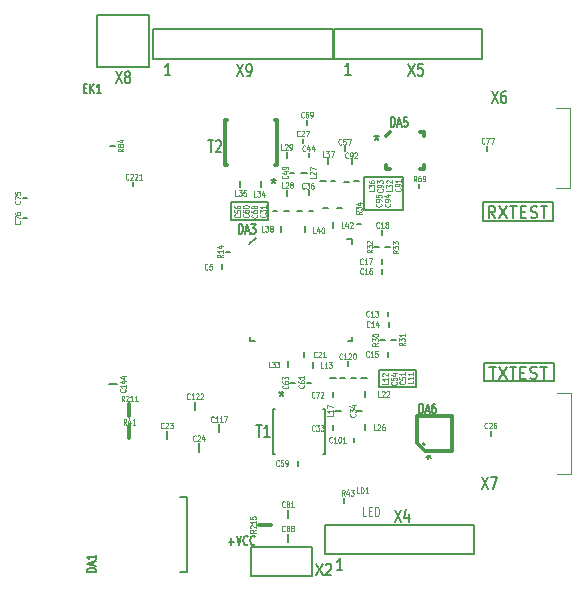
<source format=gto>
%FSLAX34Y34*%
G04 Gerber Fmt 3.4, Leading zero omitted, Abs format*
G04 (created by PCBNEW (2013-10-29 BZR 4389)-product) date 1/27/2015 9:26:37 PM*
%MOIN*%
G01*
G70*
G90*
G04 APERTURE LIST*
%ADD10C,0.005906*%
%ADD11C,0.007700*%
%ADD12C,0.007800*%
%ADD13C,0.007900*%
%ADD14C,0.011700*%
%ADD15C,0.003900*%
%ADD16C,0.007874*%
%ADD17C,0.009700*%
%ADD18C,0.005900*%
%ADD19C,0.006900*%
%ADD20C,0.007850*%
G04 APERTURE END LIST*
G54D10*
G54D11*
X60335Y-43268D02*
X60335Y-42677D01*
X61575Y-43268D02*
X60335Y-43268D01*
X61575Y-42677D02*
X61575Y-43268D01*
X60334Y-42677D02*
X61574Y-42677D01*
X59843Y-37343D02*
X59843Y-36260D01*
X61142Y-37343D02*
X59843Y-37343D01*
X61142Y-36260D02*
X61142Y-37343D01*
X59842Y-36259D02*
X61142Y-36259D01*
X55413Y-37106D02*
X55433Y-37106D01*
X55412Y-37697D02*
X55412Y-37106D01*
X56634Y-37697D02*
X55413Y-37697D01*
X56634Y-37106D02*
X56634Y-37697D01*
X55413Y-37106D02*
X56634Y-37106D01*
X66126Y-37091D02*
X66126Y-37736D01*
X63813Y-37092D02*
X63813Y-37732D01*
G54D12*
X63815Y-37091D02*
X66125Y-37091D01*
G54D13*
X64018Y-42590D02*
X64242Y-42590D01*
X64130Y-42982D02*
X64130Y-42590D01*
X64336Y-42590D02*
X64597Y-42982D01*
X64597Y-42590D02*
X64336Y-42982D01*
X64690Y-42590D02*
X64914Y-42590D01*
X64802Y-42982D02*
X64802Y-42590D01*
X65045Y-42777D02*
X65176Y-42777D01*
X65232Y-42982D02*
X65045Y-42982D01*
X65045Y-42590D01*
X65232Y-42590D01*
X65381Y-42963D02*
X65437Y-42982D01*
X65530Y-42982D01*
X65568Y-42963D01*
X65586Y-42945D01*
X65605Y-42907D01*
X65605Y-42870D01*
X65586Y-42833D01*
X65568Y-42814D01*
X65530Y-42795D01*
X65456Y-42777D01*
X65418Y-42758D01*
X65400Y-42739D01*
X65381Y-42702D01*
X65381Y-42665D01*
X65400Y-42627D01*
X65418Y-42609D01*
X65456Y-42590D01*
X65549Y-42590D01*
X65605Y-42609D01*
X65717Y-42590D02*
X65941Y-42590D01*
X65829Y-42982D02*
X65829Y-42590D01*
G54D12*
X63850Y-43075D02*
X66162Y-43075D01*
G54D11*
X63849Y-42447D02*
X63849Y-43075D01*
G54D12*
X63850Y-42449D02*
X66162Y-42449D01*
G54D11*
X66165Y-42447D02*
X66165Y-43075D01*
G54D12*
X63815Y-37737D02*
X66125Y-37737D01*
G54D13*
X64217Y-37625D02*
X64086Y-37438D01*
X63993Y-37625D02*
X63993Y-37233D01*
X64142Y-37233D01*
X64179Y-37252D01*
X64198Y-37270D01*
X64217Y-37308D01*
X64217Y-37364D01*
X64198Y-37401D01*
X64179Y-37420D01*
X64142Y-37438D01*
X63993Y-37438D01*
X64347Y-37233D02*
X64609Y-37625D01*
X64609Y-37233D02*
X64347Y-37625D01*
X64702Y-37233D02*
X64926Y-37233D01*
X64814Y-37625D02*
X64814Y-37233D01*
X65057Y-37420D02*
X65187Y-37420D01*
X65243Y-37625D02*
X65057Y-37625D01*
X65057Y-37233D01*
X65243Y-37233D01*
X65393Y-37606D02*
X65449Y-37625D01*
X65542Y-37625D01*
X65579Y-37606D01*
X65598Y-37588D01*
X65617Y-37550D01*
X65617Y-37513D01*
X65598Y-37476D01*
X65579Y-37457D01*
X65542Y-37438D01*
X65467Y-37420D01*
X65430Y-37401D01*
X65411Y-37382D01*
X65393Y-37345D01*
X65393Y-37308D01*
X65411Y-37270D01*
X65430Y-37252D01*
X65467Y-37233D01*
X65561Y-37233D01*
X65617Y-37252D01*
X65729Y-37233D02*
X65953Y-37233D01*
X65841Y-37625D02*
X65841Y-37233D01*
G54D14*
X56336Y-47858D02*
X56728Y-47858D01*
X52020Y-43840D02*
X52020Y-44232D01*
X52020Y-44576D02*
X52020Y-44968D01*
G54D11*
X51523Y-35221D02*
X51367Y-35221D01*
X61685Y-36637D02*
X61685Y-36481D01*
X60383Y-41705D02*
X60539Y-41705D01*
X55377Y-38744D02*
X55221Y-38744D01*
X60905Y-41689D02*
X60749Y-41689D01*
X60540Y-38599D02*
X60696Y-38599D01*
X60342Y-38587D02*
X60186Y-38587D01*
X59587Y-37839D02*
X59743Y-37839D01*
X58701Y-42963D02*
X58897Y-42963D01*
X57923Y-36122D02*
X57727Y-36122D01*
X59745Y-42953D02*
X59941Y-42953D01*
X58630Y-35838D02*
X58630Y-35642D01*
X57272Y-36885D02*
X57272Y-36689D01*
X58374Y-36398D02*
X58570Y-36398D01*
X57264Y-35610D02*
X57264Y-35414D01*
X58787Y-37968D02*
X58787Y-37772D01*
X59350Y-36417D02*
X59154Y-36417D01*
X58126Y-42618D02*
X58126Y-42422D01*
X57293Y-42402D02*
X57293Y-42598D01*
X59862Y-44508D02*
X59862Y-44704D01*
X58878Y-44055D02*
X59074Y-44055D01*
X59862Y-43386D02*
X59862Y-43582D01*
X57067Y-38082D02*
X57067Y-37886D01*
X56398Y-36598D02*
X56398Y-36402D01*
X55720Y-36398D02*
X55720Y-36594D01*
X57874Y-38090D02*
X57874Y-37894D01*
X57293Y-47363D02*
X57293Y-47637D01*
X57303Y-48147D02*
X57303Y-48421D01*
X54327Y-45413D02*
X54327Y-45139D01*
X51332Y-43158D02*
X51606Y-43158D01*
X53272Y-44714D02*
X53272Y-44988D01*
X55000Y-44775D02*
X55000Y-44501D01*
X54205Y-43745D02*
X54205Y-44019D01*
X59193Y-35227D02*
X59193Y-35383D01*
X59504Y-44953D02*
X59504Y-45109D01*
X58799Y-44684D02*
X58799Y-44528D01*
X59771Y-44055D02*
X59615Y-44055D01*
X58799Y-43582D02*
X58799Y-43426D01*
X59202Y-42953D02*
X59046Y-42953D01*
X59566Y-42953D02*
X59410Y-42953D01*
X59307Y-42399D02*
X59307Y-42555D01*
X59499Y-36407D02*
X59655Y-36407D01*
X57646Y-45721D02*
X57646Y-45877D01*
X57799Y-34981D02*
X57799Y-35137D01*
X58082Y-43110D02*
X57926Y-43110D01*
X57539Y-43110D02*
X57383Y-43110D01*
X57844Y-42087D02*
X57844Y-42243D01*
X58934Y-37303D02*
X59090Y-37303D01*
X59425Y-35666D02*
X59425Y-35822D01*
X58721Y-36398D02*
X58877Y-36398D01*
X57363Y-36112D02*
X57519Y-36112D01*
X52153Y-36418D02*
X52153Y-36574D01*
X58002Y-35444D02*
X58002Y-35600D01*
X57993Y-37402D02*
X58149Y-37402D01*
X57599Y-37402D02*
X57755Y-37402D01*
X57182Y-37398D02*
X57338Y-37398D01*
X58002Y-36703D02*
X58002Y-36859D01*
X57941Y-34355D02*
X57941Y-34511D01*
X56796Y-37390D02*
X56952Y-37390D01*
X58469Y-37303D02*
X58625Y-37303D01*
X63952Y-35221D02*
X63952Y-35377D01*
X48454Y-36953D02*
X48610Y-36953D01*
X48610Y-37634D02*
X48454Y-37634D01*
X60441Y-38032D02*
X60441Y-38188D01*
X60445Y-39005D02*
X60445Y-39161D01*
X60441Y-39328D02*
X60441Y-39484D01*
X60650Y-40753D02*
X60650Y-40909D01*
X60638Y-42095D02*
X60638Y-42251D01*
X55106Y-39330D02*
X55106Y-39174D01*
X60658Y-41095D02*
X60658Y-41251D01*
X53688Y-46914D02*
X53923Y-46914D01*
X53923Y-46914D02*
X53923Y-49432D01*
X53688Y-49432D02*
X53923Y-49432D01*
X59162Y-47129D02*
X59162Y-46973D01*
G54D15*
X66736Y-43476D02*
X66736Y-46154D01*
X66736Y-46154D02*
X66263Y-46154D01*
X66263Y-43476D02*
X66735Y-43476D01*
X66720Y-33959D02*
X66720Y-36637D01*
X66720Y-36637D02*
X66247Y-36637D01*
X66247Y-33959D02*
X66719Y-33959D01*
G54D12*
X50935Y-30853D02*
X52663Y-30853D01*
X52663Y-30853D02*
X52663Y-32581D01*
X50935Y-32581D02*
X52663Y-32581D01*
X50935Y-30853D02*
X50935Y-32581D01*
X52815Y-31342D02*
X52815Y-32326D01*
X52815Y-31342D02*
X58799Y-31342D01*
X58799Y-31342D02*
X58799Y-32326D01*
X52815Y-32326D02*
X58799Y-32326D01*
X58106Y-49551D02*
X58106Y-48607D01*
X58106Y-49551D02*
X56072Y-49551D01*
X56072Y-49551D02*
X56072Y-48607D01*
X58106Y-48607D02*
X56072Y-48607D01*
X56808Y-45481D02*
X56870Y-45481D01*
X56870Y-43981D02*
X56808Y-43981D01*
X58540Y-43981D02*
X58462Y-43981D01*
X58540Y-43981D02*
X58540Y-45481D01*
X58540Y-45481D02*
X58462Y-45481D01*
X56808Y-43981D02*
X56808Y-45481D01*
G54D14*
X61829Y-34750D02*
X61829Y-34887D01*
X61829Y-34750D02*
X61692Y-34750D01*
X61692Y-36008D02*
X61829Y-36008D01*
X61829Y-36008D02*
X61829Y-35871D01*
X60571Y-35871D02*
X60571Y-36008D01*
X60708Y-36008D02*
X60571Y-36008D01*
X60708Y-34750D02*
X60571Y-34887D01*
X56936Y-34374D02*
X56874Y-34374D01*
X56874Y-35874D02*
X56936Y-35874D01*
X55202Y-35874D02*
X55280Y-35874D01*
X55202Y-35874D02*
X55202Y-34374D01*
X55202Y-34374D02*
X55280Y-34374D01*
X56936Y-35874D02*
X56936Y-34374D01*
G54D12*
X58822Y-31342D02*
X58822Y-32326D01*
X58822Y-31342D02*
X63782Y-31342D01*
X63782Y-31342D02*
X63782Y-32326D01*
X58822Y-32326D02*
X63782Y-32326D01*
X58551Y-47858D02*
X58551Y-48842D01*
X58551Y-47858D02*
X63511Y-47858D01*
X63511Y-47858D02*
X63511Y-48842D01*
X58551Y-48842D02*
X63511Y-48842D01*
G54D16*
X61870Y-45161D02*
G75*
G03X61870Y-45161I-39J0D01*
G74*
G01*
G54D14*
X61594Y-45129D02*
X61594Y-44224D01*
X61594Y-44224D02*
X62775Y-44224D01*
X62775Y-44224D02*
X62775Y-45405D01*
X62775Y-45405D02*
X61870Y-45405D01*
X61870Y-45405D02*
X61594Y-45129D01*
G54D11*
X64059Y-44736D02*
X64059Y-44892D01*
G54D12*
X56051Y-41580D02*
X56051Y-41742D01*
X56051Y-41742D02*
X56208Y-41742D01*
X59446Y-41739D02*
X59290Y-41739D01*
X59446Y-41577D02*
X59446Y-41739D01*
X59278Y-38330D02*
X59441Y-38330D01*
X59441Y-38330D02*
X59441Y-38487D01*
X56012Y-38502D02*
X56223Y-38291D01*
G54D17*
G54D15*
X56238Y-48022D02*
X56145Y-48075D01*
X56238Y-48112D02*
X56043Y-48112D01*
X56043Y-48052D01*
X56052Y-48037D01*
X56061Y-48030D01*
X56080Y-48022D01*
X56108Y-48022D01*
X56126Y-48030D01*
X56136Y-48037D01*
X56145Y-48052D01*
X56145Y-48112D01*
X56061Y-47962D02*
X56052Y-47955D01*
X56043Y-47940D01*
X56043Y-47903D01*
X56052Y-47888D01*
X56061Y-47880D01*
X56080Y-47873D01*
X56098Y-47873D01*
X56126Y-47880D01*
X56238Y-47970D01*
X56238Y-47873D01*
X56238Y-47723D02*
X56238Y-47813D01*
X56238Y-47768D02*
X56043Y-47768D01*
X56071Y-47783D01*
X56089Y-47798D01*
X56098Y-47813D01*
X56043Y-47581D02*
X56043Y-47656D01*
X56136Y-47663D01*
X56126Y-47656D01*
X56117Y-47641D01*
X56117Y-47604D01*
X56126Y-47589D01*
X56136Y-47581D01*
X56154Y-47574D01*
X56201Y-47574D01*
X56219Y-47581D01*
X56228Y-47589D01*
X56238Y-47604D01*
X56238Y-47641D01*
X56228Y-47656D01*
X56219Y-47663D01*
X51844Y-43738D02*
X51791Y-43645D01*
X51754Y-43738D02*
X51754Y-43543D01*
X51814Y-43543D01*
X51829Y-43552D01*
X51836Y-43561D01*
X51844Y-43580D01*
X51844Y-43608D01*
X51836Y-43626D01*
X51829Y-43636D01*
X51814Y-43645D01*
X51754Y-43645D01*
X51904Y-43561D02*
X51911Y-43552D01*
X51926Y-43543D01*
X51963Y-43543D01*
X51978Y-43552D01*
X51986Y-43561D01*
X51993Y-43580D01*
X51993Y-43598D01*
X51986Y-43626D01*
X51896Y-43738D01*
X51993Y-43738D01*
X52143Y-43738D02*
X52053Y-43738D01*
X52098Y-43738D02*
X52098Y-43543D01*
X52083Y-43571D01*
X52068Y-43589D01*
X52053Y-43598D01*
X52292Y-43738D02*
X52203Y-43738D01*
X52248Y-43738D02*
X52248Y-43543D01*
X52233Y-43571D01*
X52218Y-43589D01*
X52203Y-43598D01*
X51919Y-44513D02*
X51866Y-44420D01*
X51829Y-44513D02*
X51829Y-44318D01*
X51889Y-44318D01*
X51904Y-44327D01*
X51911Y-44336D01*
X51919Y-44355D01*
X51919Y-44383D01*
X51911Y-44401D01*
X51904Y-44411D01*
X51889Y-44420D01*
X51829Y-44420D01*
X52053Y-44383D02*
X52053Y-44513D01*
X52016Y-44308D02*
X51978Y-44448D01*
X52076Y-44448D01*
X52218Y-44513D02*
X52128Y-44513D01*
X52173Y-44513D02*
X52173Y-44318D01*
X52158Y-44346D01*
X52143Y-44364D01*
X52128Y-44373D01*
X51820Y-35317D02*
X51727Y-35370D01*
X51820Y-35407D02*
X51625Y-35407D01*
X51625Y-35347D01*
X51634Y-35332D01*
X51643Y-35325D01*
X51662Y-35317D01*
X51690Y-35317D01*
X51708Y-35325D01*
X51718Y-35332D01*
X51727Y-35347D01*
X51727Y-35407D01*
X51708Y-35228D02*
X51699Y-35243D01*
X51690Y-35250D01*
X51671Y-35258D01*
X51662Y-35258D01*
X51643Y-35250D01*
X51634Y-35243D01*
X51625Y-35228D01*
X51625Y-35198D01*
X51634Y-35183D01*
X51643Y-35175D01*
X51662Y-35168D01*
X51671Y-35168D01*
X51690Y-35175D01*
X51699Y-35183D01*
X51708Y-35198D01*
X51708Y-35228D01*
X51718Y-35243D01*
X51727Y-35250D01*
X51745Y-35258D01*
X51783Y-35258D01*
X51801Y-35250D01*
X51810Y-35243D01*
X51820Y-35228D01*
X51820Y-35198D01*
X51810Y-35183D01*
X51801Y-35175D01*
X51783Y-35168D01*
X51745Y-35168D01*
X51727Y-35175D01*
X51718Y-35183D01*
X51708Y-35198D01*
X51690Y-35033D02*
X51820Y-35033D01*
X51615Y-35071D02*
X51755Y-35108D01*
X51755Y-35011D01*
X61584Y-36407D02*
X61531Y-36314D01*
X61494Y-36407D02*
X61494Y-36212D01*
X61554Y-36212D01*
X61569Y-36221D01*
X61576Y-36230D01*
X61584Y-36249D01*
X61584Y-36277D01*
X61576Y-36295D01*
X61569Y-36305D01*
X61554Y-36314D01*
X61494Y-36314D01*
X61718Y-36212D02*
X61688Y-36212D01*
X61673Y-36221D01*
X61666Y-36230D01*
X61651Y-36258D01*
X61643Y-36295D01*
X61643Y-36370D01*
X61651Y-36388D01*
X61658Y-36397D01*
X61673Y-36407D01*
X61703Y-36407D01*
X61718Y-36397D01*
X61726Y-36388D01*
X61733Y-36370D01*
X61733Y-36323D01*
X61726Y-36305D01*
X61718Y-36295D01*
X61703Y-36286D01*
X61673Y-36286D01*
X61658Y-36295D01*
X61651Y-36305D01*
X61643Y-36323D01*
X61808Y-36407D02*
X61838Y-36407D01*
X61853Y-36397D01*
X61860Y-36388D01*
X61875Y-36360D01*
X61883Y-36323D01*
X61883Y-36249D01*
X61875Y-36230D01*
X61868Y-36221D01*
X61853Y-36212D01*
X61823Y-36212D01*
X61808Y-36221D01*
X61800Y-36230D01*
X61793Y-36249D01*
X61793Y-36295D01*
X61800Y-36314D01*
X61808Y-36323D01*
X61823Y-36332D01*
X61853Y-36332D01*
X61868Y-36323D01*
X61875Y-36314D01*
X61883Y-36295D01*
X60313Y-41789D02*
X60220Y-41842D01*
X60313Y-41879D02*
X60118Y-41879D01*
X60118Y-41819D01*
X60127Y-41804D01*
X60136Y-41797D01*
X60155Y-41789D01*
X60183Y-41789D01*
X60201Y-41797D01*
X60211Y-41804D01*
X60220Y-41819D01*
X60220Y-41879D01*
X60118Y-41737D02*
X60118Y-41640D01*
X60192Y-41692D01*
X60192Y-41670D01*
X60201Y-41655D01*
X60211Y-41647D01*
X60229Y-41640D01*
X60276Y-41640D01*
X60294Y-41647D01*
X60303Y-41655D01*
X60313Y-41670D01*
X60313Y-41715D01*
X60303Y-41730D01*
X60294Y-41737D01*
X60118Y-41543D02*
X60118Y-41528D01*
X60127Y-41513D01*
X60136Y-41505D01*
X60155Y-41498D01*
X60192Y-41490D01*
X60238Y-41490D01*
X60276Y-41498D01*
X60294Y-41505D01*
X60303Y-41513D01*
X60313Y-41528D01*
X60313Y-41543D01*
X60303Y-41558D01*
X60294Y-41565D01*
X60276Y-41573D01*
X60238Y-41580D01*
X60192Y-41580D01*
X60155Y-41573D01*
X60136Y-41565D01*
X60127Y-41558D01*
X60118Y-41543D01*
X55143Y-38844D02*
X55050Y-38897D01*
X55143Y-38934D02*
X54948Y-38934D01*
X54948Y-38874D01*
X54957Y-38859D01*
X54966Y-38852D01*
X54985Y-38844D01*
X55013Y-38844D01*
X55031Y-38852D01*
X55041Y-38859D01*
X55050Y-38874D01*
X55050Y-38934D01*
X55143Y-38695D02*
X55143Y-38785D01*
X55143Y-38740D02*
X54948Y-38740D01*
X54976Y-38755D01*
X54994Y-38770D01*
X55003Y-38785D01*
X55013Y-38560D02*
X55143Y-38560D01*
X54938Y-38598D02*
X55078Y-38635D01*
X55078Y-38538D01*
X61194Y-41785D02*
X61101Y-41838D01*
X61194Y-41875D02*
X60999Y-41875D01*
X60999Y-41815D01*
X61008Y-41800D01*
X61017Y-41793D01*
X61036Y-41785D01*
X61064Y-41785D01*
X61082Y-41793D01*
X61092Y-41800D01*
X61101Y-41815D01*
X61101Y-41875D01*
X60999Y-41733D02*
X60999Y-41636D01*
X61073Y-41688D01*
X61073Y-41666D01*
X61082Y-41651D01*
X61092Y-41643D01*
X61110Y-41636D01*
X61157Y-41636D01*
X61175Y-41643D01*
X61184Y-41651D01*
X61194Y-41666D01*
X61194Y-41711D01*
X61184Y-41726D01*
X61175Y-41733D01*
X61194Y-41486D02*
X61194Y-41576D01*
X61194Y-41531D02*
X60999Y-41531D01*
X61027Y-41546D01*
X61045Y-41561D01*
X61054Y-41576D01*
X60982Y-38707D02*
X60889Y-38760D01*
X60982Y-38797D02*
X60787Y-38797D01*
X60787Y-38737D01*
X60796Y-38722D01*
X60805Y-38715D01*
X60824Y-38707D01*
X60852Y-38707D01*
X60870Y-38715D01*
X60880Y-38722D01*
X60889Y-38737D01*
X60889Y-38797D01*
X60787Y-38655D02*
X60787Y-38558D01*
X60861Y-38610D01*
X60861Y-38588D01*
X60870Y-38573D01*
X60880Y-38565D01*
X60898Y-38558D01*
X60945Y-38558D01*
X60963Y-38565D01*
X60972Y-38573D01*
X60982Y-38588D01*
X60982Y-38633D01*
X60972Y-38648D01*
X60963Y-38655D01*
X60787Y-38506D02*
X60787Y-38408D01*
X60861Y-38461D01*
X60861Y-38438D01*
X60870Y-38423D01*
X60880Y-38416D01*
X60898Y-38408D01*
X60945Y-38408D01*
X60963Y-38416D01*
X60972Y-38423D01*
X60982Y-38438D01*
X60982Y-38483D01*
X60972Y-38498D01*
X60963Y-38506D01*
X60116Y-38683D02*
X60023Y-38736D01*
X60116Y-38773D02*
X59921Y-38773D01*
X59921Y-38713D01*
X59930Y-38698D01*
X59939Y-38691D01*
X59958Y-38683D01*
X59986Y-38683D01*
X60004Y-38691D01*
X60014Y-38698D01*
X60023Y-38713D01*
X60023Y-38773D01*
X59921Y-38631D02*
X59921Y-38534D01*
X59995Y-38586D01*
X59995Y-38564D01*
X60004Y-38549D01*
X60014Y-38541D01*
X60032Y-38534D01*
X60079Y-38534D01*
X60097Y-38541D01*
X60106Y-38549D01*
X60116Y-38564D01*
X60116Y-38609D01*
X60106Y-38624D01*
X60097Y-38631D01*
X59939Y-38474D02*
X59930Y-38467D01*
X59921Y-38452D01*
X59921Y-38414D01*
X59930Y-38399D01*
X59939Y-38392D01*
X59958Y-38384D01*
X59976Y-38384D01*
X60004Y-38392D01*
X60116Y-38482D01*
X60116Y-38384D01*
X59761Y-37399D02*
X59668Y-37452D01*
X59761Y-37489D02*
X59566Y-37489D01*
X59566Y-37429D01*
X59575Y-37414D01*
X59584Y-37407D01*
X59603Y-37399D01*
X59631Y-37399D01*
X59649Y-37407D01*
X59659Y-37414D01*
X59668Y-37429D01*
X59668Y-37489D01*
X59566Y-37347D02*
X59566Y-37250D01*
X59640Y-37302D01*
X59640Y-37280D01*
X59649Y-37265D01*
X59659Y-37257D01*
X59677Y-37250D01*
X59724Y-37250D01*
X59742Y-37257D01*
X59751Y-37265D01*
X59761Y-37280D01*
X59761Y-37325D01*
X59751Y-37340D01*
X59742Y-37347D01*
X59631Y-37115D02*
X59761Y-37115D01*
X59556Y-37153D02*
X59696Y-37190D01*
X59696Y-37093D01*
X60639Y-43092D02*
X60639Y-43167D01*
X60444Y-43167D01*
X60639Y-42958D02*
X60639Y-43048D01*
X60639Y-43003D02*
X60444Y-43003D01*
X60472Y-43018D01*
X60490Y-43033D01*
X60499Y-43048D01*
X60462Y-42898D02*
X60453Y-42891D01*
X60444Y-42876D01*
X60444Y-42838D01*
X60453Y-42823D01*
X60462Y-42816D01*
X60481Y-42808D01*
X60499Y-42808D01*
X60527Y-42816D01*
X60639Y-42906D01*
X60639Y-42808D01*
X58226Y-36218D02*
X58226Y-36293D01*
X58031Y-36293D01*
X58049Y-36174D02*
X58040Y-36166D01*
X58031Y-36151D01*
X58031Y-36114D01*
X58040Y-36099D01*
X58049Y-36091D01*
X58068Y-36084D01*
X58086Y-36084D01*
X58114Y-36091D01*
X58226Y-36181D01*
X58226Y-36084D01*
X58031Y-36032D02*
X58031Y-35927D01*
X58226Y-35994D01*
X61486Y-43053D02*
X61486Y-43128D01*
X61291Y-43128D01*
X61486Y-42919D02*
X61486Y-43009D01*
X61486Y-42964D02*
X61291Y-42964D01*
X61319Y-42979D01*
X61337Y-42994D01*
X61346Y-43009D01*
X61486Y-42769D02*
X61486Y-42859D01*
X61486Y-42814D02*
X61291Y-42814D01*
X61319Y-42829D01*
X61337Y-42844D01*
X61346Y-42859D01*
X58537Y-35596D02*
X58462Y-35596D01*
X58462Y-35401D01*
X58574Y-35401D02*
X58671Y-35401D01*
X58619Y-35475D01*
X58641Y-35475D01*
X58656Y-35484D01*
X58664Y-35494D01*
X58671Y-35512D01*
X58671Y-35559D01*
X58664Y-35577D01*
X58656Y-35586D01*
X58641Y-35596D01*
X58596Y-35596D01*
X58581Y-35586D01*
X58574Y-35577D01*
X58723Y-35401D02*
X58828Y-35401D01*
X58761Y-35596D01*
X57179Y-36627D02*
X57104Y-36627D01*
X57104Y-36432D01*
X57223Y-36450D02*
X57231Y-36441D01*
X57246Y-36432D01*
X57283Y-36432D01*
X57298Y-36441D01*
X57306Y-36450D01*
X57313Y-36469D01*
X57313Y-36487D01*
X57306Y-36515D01*
X57216Y-36627D01*
X57313Y-36627D01*
X57403Y-36515D02*
X57388Y-36506D01*
X57380Y-36497D01*
X57373Y-36478D01*
X57373Y-36469D01*
X57380Y-36450D01*
X57388Y-36441D01*
X57403Y-36432D01*
X57433Y-36432D01*
X57448Y-36441D01*
X57455Y-36450D01*
X57463Y-36469D01*
X57463Y-36478D01*
X57455Y-36497D01*
X57448Y-36506D01*
X57433Y-36515D01*
X57403Y-36515D01*
X57388Y-36525D01*
X57380Y-36534D01*
X57373Y-36552D01*
X57373Y-36590D01*
X57380Y-36608D01*
X57388Y-36617D01*
X57403Y-36627D01*
X57433Y-36627D01*
X57448Y-36617D01*
X57455Y-36608D01*
X57463Y-36590D01*
X57463Y-36552D01*
X57455Y-36534D01*
X57448Y-36525D01*
X57433Y-36515D01*
X60186Y-36655D02*
X60186Y-36730D01*
X59991Y-36730D01*
X59991Y-36618D02*
X59991Y-36521D01*
X60065Y-36573D01*
X60065Y-36551D01*
X60074Y-36536D01*
X60084Y-36528D01*
X60102Y-36521D01*
X60149Y-36521D01*
X60167Y-36528D01*
X60176Y-36536D01*
X60186Y-36551D01*
X60186Y-36596D01*
X60176Y-36611D01*
X60167Y-36618D01*
X59991Y-36386D02*
X59991Y-36416D01*
X60000Y-36431D01*
X60009Y-36439D01*
X60037Y-36454D01*
X60074Y-36461D01*
X60149Y-36461D01*
X60167Y-36454D01*
X60176Y-36446D01*
X60186Y-36431D01*
X60186Y-36401D01*
X60176Y-36386D01*
X60167Y-36379D01*
X60149Y-36371D01*
X60102Y-36371D01*
X60084Y-36379D01*
X60074Y-36386D01*
X60065Y-36401D01*
X60065Y-36431D01*
X60074Y-36446D01*
X60084Y-36454D01*
X60102Y-36461D01*
X57155Y-35360D02*
X57080Y-35360D01*
X57080Y-35165D01*
X57199Y-35183D02*
X57207Y-35174D01*
X57222Y-35165D01*
X57259Y-35165D01*
X57274Y-35174D01*
X57282Y-35183D01*
X57289Y-35202D01*
X57289Y-35220D01*
X57282Y-35248D01*
X57192Y-35360D01*
X57289Y-35360D01*
X57364Y-35360D02*
X57394Y-35360D01*
X57409Y-35350D01*
X57416Y-35341D01*
X57431Y-35313D01*
X57439Y-35276D01*
X57439Y-35202D01*
X57431Y-35183D01*
X57424Y-35174D01*
X57409Y-35165D01*
X57379Y-35165D01*
X57364Y-35174D01*
X57356Y-35183D01*
X57349Y-35202D01*
X57349Y-35248D01*
X57356Y-35267D01*
X57364Y-35276D01*
X57379Y-35285D01*
X57409Y-35285D01*
X57424Y-35276D01*
X57431Y-35267D01*
X57439Y-35248D01*
X59171Y-37958D02*
X59096Y-37958D01*
X59096Y-37763D01*
X59290Y-37828D02*
X59290Y-37958D01*
X59253Y-37753D02*
X59215Y-37893D01*
X59313Y-37893D01*
X59365Y-37781D02*
X59372Y-37772D01*
X59387Y-37763D01*
X59425Y-37763D01*
X59440Y-37772D01*
X59447Y-37781D01*
X59455Y-37800D01*
X59455Y-37818D01*
X59447Y-37846D01*
X59357Y-37958D01*
X59455Y-37958D01*
X60777Y-36655D02*
X60777Y-36730D01*
X60582Y-36730D01*
X60582Y-36618D02*
X60582Y-36521D01*
X60656Y-36573D01*
X60656Y-36551D01*
X60665Y-36536D01*
X60675Y-36528D01*
X60693Y-36521D01*
X60740Y-36521D01*
X60758Y-36528D01*
X60767Y-36536D01*
X60777Y-36551D01*
X60777Y-36596D01*
X60767Y-36611D01*
X60758Y-36618D01*
X60600Y-36461D02*
X60591Y-36454D01*
X60582Y-36439D01*
X60582Y-36401D01*
X60591Y-36386D01*
X60600Y-36379D01*
X60619Y-36371D01*
X60637Y-36371D01*
X60665Y-36379D01*
X60777Y-36469D01*
X60777Y-36371D01*
X58482Y-42627D02*
X58407Y-42627D01*
X58407Y-42432D01*
X58616Y-42627D02*
X58526Y-42627D01*
X58571Y-42627D02*
X58571Y-42432D01*
X58556Y-42460D01*
X58541Y-42478D01*
X58526Y-42487D01*
X58668Y-42432D02*
X58766Y-42432D01*
X58713Y-42506D01*
X58736Y-42506D01*
X58751Y-42515D01*
X58758Y-42525D01*
X58766Y-42543D01*
X58766Y-42590D01*
X58758Y-42608D01*
X58751Y-42617D01*
X58736Y-42627D01*
X58691Y-42627D01*
X58676Y-42617D01*
X58668Y-42608D01*
X56730Y-42608D02*
X56655Y-42608D01*
X56655Y-42413D01*
X56767Y-42413D02*
X56864Y-42413D01*
X56812Y-42487D01*
X56834Y-42487D01*
X56849Y-42496D01*
X56857Y-42506D01*
X56864Y-42524D01*
X56864Y-42571D01*
X56857Y-42589D01*
X56849Y-42598D01*
X56834Y-42608D01*
X56789Y-42608D01*
X56774Y-42598D01*
X56767Y-42589D01*
X56916Y-42413D02*
X57014Y-42413D01*
X56961Y-42487D01*
X56984Y-42487D01*
X56999Y-42496D01*
X57006Y-42506D01*
X57014Y-42524D01*
X57014Y-42571D01*
X57006Y-42589D01*
X56999Y-42598D01*
X56984Y-42608D01*
X56939Y-42608D01*
X56924Y-42598D01*
X56916Y-42589D01*
X60245Y-44698D02*
X60170Y-44698D01*
X60170Y-44503D01*
X60289Y-44521D02*
X60297Y-44512D01*
X60312Y-44503D01*
X60349Y-44503D01*
X60364Y-44512D01*
X60372Y-44521D01*
X60379Y-44540D01*
X60379Y-44558D01*
X60372Y-44586D01*
X60282Y-44698D01*
X60379Y-44698D01*
X60514Y-44503D02*
X60484Y-44503D01*
X60469Y-44512D01*
X60461Y-44521D01*
X60446Y-44549D01*
X60439Y-44586D01*
X60439Y-44661D01*
X60446Y-44679D01*
X60454Y-44688D01*
X60469Y-44698D01*
X60499Y-44698D01*
X60514Y-44688D01*
X60521Y-44679D01*
X60529Y-44661D01*
X60529Y-44614D01*
X60521Y-44596D01*
X60514Y-44586D01*
X60499Y-44577D01*
X60469Y-44577D01*
X60454Y-44586D01*
X60446Y-44596D01*
X60439Y-44614D01*
X58808Y-44155D02*
X58808Y-44230D01*
X58613Y-44230D01*
X58808Y-44021D02*
X58808Y-44111D01*
X58808Y-44066D02*
X58613Y-44066D01*
X58641Y-44081D01*
X58659Y-44096D01*
X58668Y-44111D01*
X58613Y-43969D02*
X58613Y-43864D01*
X58808Y-43931D01*
X60391Y-43592D02*
X60316Y-43592D01*
X60316Y-43397D01*
X60435Y-43415D02*
X60443Y-43406D01*
X60458Y-43397D01*
X60495Y-43397D01*
X60510Y-43406D01*
X60518Y-43415D01*
X60525Y-43434D01*
X60525Y-43452D01*
X60518Y-43480D01*
X60428Y-43592D01*
X60525Y-43592D01*
X60585Y-43415D02*
X60592Y-43406D01*
X60607Y-43397D01*
X60645Y-43397D01*
X60660Y-43406D01*
X60667Y-43415D01*
X60675Y-43434D01*
X60675Y-43452D01*
X60667Y-43480D01*
X60577Y-43592D01*
X60675Y-43592D01*
X56513Y-38084D02*
X56438Y-38084D01*
X56438Y-37889D01*
X56550Y-37889D02*
X56647Y-37889D01*
X56595Y-37963D01*
X56617Y-37963D01*
X56632Y-37972D01*
X56640Y-37982D01*
X56647Y-38000D01*
X56647Y-38047D01*
X56640Y-38065D01*
X56632Y-38074D01*
X56617Y-38084D01*
X56572Y-38084D01*
X56557Y-38074D01*
X56550Y-38065D01*
X56737Y-37972D02*
X56722Y-37963D01*
X56714Y-37954D01*
X56707Y-37935D01*
X56707Y-37926D01*
X56714Y-37907D01*
X56722Y-37898D01*
X56737Y-37889D01*
X56767Y-37889D01*
X56782Y-37898D01*
X56789Y-37907D01*
X56797Y-37926D01*
X56797Y-37935D01*
X56789Y-37954D01*
X56782Y-37963D01*
X56767Y-37972D01*
X56737Y-37972D01*
X56722Y-37982D01*
X56714Y-37991D01*
X56707Y-38009D01*
X56707Y-38047D01*
X56714Y-38065D01*
X56722Y-38074D01*
X56737Y-38084D01*
X56767Y-38084D01*
X56782Y-38074D01*
X56789Y-38065D01*
X56797Y-38047D01*
X56797Y-38009D01*
X56789Y-37991D01*
X56782Y-37982D01*
X56767Y-37972D01*
X56242Y-36915D02*
X56167Y-36915D01*
X56167Y-36720D01*
X56279Y-36720D02*
X56376Y-36720D01*
X56324Y-36794D01*
X56346Y-36794D01*
X56361Y-36803D01*
X56369Y-36813D01*
X56376Y-36831D01*
X56376Y-36878D01*
X56369Y-36896D01*
X56361Y-36905D01*
X56346Y-36915D01*
X56301Y-36915D01*
X56286Y-36905D01*
X56279Y-36896D01*
X56511Y-36785D02*
X56511Y-36915D01*
X56473Y-36710D02*
X56436Y-36850D01*
X56533Y-36850D01*
X55623Y-36891D02*
X55548Y-36891D01*
X55548Y-36696D01*
X55660Y-36696D02*
X55757Y-36696D01*
X55705Y-36770D01*
X55727Y-36770D01*
X55742Y-36779D01*
X55750Y-36789D01*
X55757Y-36807D01*
X55757Y-36854D01*
X55750Y-36872D01*
X55742Y-36881D01*
X55727Y-36891D01*
X55682Y-36891D01*
X55667Y-36881D01*
X55660Y-36872D01*
X55899Y-36696D02*
X55824Y-36696D01*
X55817Y-36789D01*
X55824Y-36779D01*
X55839Y-36770D01*
X55877Y-36770D01*
X55892Y-36779D01*
X55899Y-36789D01*
X55907Y-36807D01*
X55907Y-36854D01*
X55899Y-36872D01*
X55892Y-36881D01*
X55877Y-36891D01*
X55839Y-36891D01*
X55824Y-36881D01*
X55817Y-36872D01*
X58226Y-38135D02*
X58151Y-38135D01*
X58151Y-37940D01*
X58345Y-38005D02*
X58345Y-38135D01*
X58308Y-37930D02*
X58270Y-38070D01*
X58368Y-38070D01*
X58457Y-37940D02*
X58472Y-37940D01*
X58487Y-37949D01*
X58495Y-37958D01*
X58502Y-37977D01*
X58510Y-38014D01*
X58510Y-38060D01*
X58502Y-38098D01*
X58495Y-38116D01*
X58487Y-38125D01*
X58472Y-38135D01*
X58457Y-38135D01*
X58442Y-38125D01*
X58435Y-38116D01*
X58427Y-38098D01*
X58420Y-38060D01*
X58420Y-38014D01*
X58427Y-37977D01*
X58435Y-37958D01*
X58442Y-37949D01*
X58457Y-37940D01*
X57196Y-47250D02*
X57188Y-47259D01*
X57166Y-47269D01*
X57151Y-47269D01*
X57128Y-47259D01*
X57113Y-47241D01*
X57106Y-47222D01*
X57098Y-47185D01*
X57098Y-47157D01*
X57106Y-47120D01*
X57113Y-47102D01*
X57128Y-47083D01*
X57151Y-47074D01*
X57166Y-47074D01*
X57188Y-47083D01*
X57196Y-47092D01*
X57285Y-47157D02*
X57270Y-47148D01*
X57263Y-47139D01*
X57255Y-47120D01*
X57255Y-47111D01*
X57263Y-47092D01*
X57270Y-47083D01*
X57285Y-47074D01*
X57315Y-47074D01*
X57330Y-47083D01*
X57338Y-47092D01*
X57345Y-47111D01*
X57345Y-47120D01*
X57338Y-47139D01*
X57330Y-47148D01*
X57315Y-47157D01*
X57285Y-47157D01*
X57270Y-47167D01*
X57263Y-47176D01*
X57255Y-47194D01*
X57255Y-47232D01*
X57263Y-47250D01*
X57270Y-47259D01*
X57285Y-47269D01*
X57315Y-47269D01*
X57330Y-47259D01*
X57338Y-47250D01*
X57345Y-47232D01*
X57345Y-47194D01*
X57338Y-47176D01*
X57330Y-47167D01*
X57315Y-47157D01*
X57495Y-47269D02*
X57405Y-47269D01*
X57450Y-47269D02*
X57450Y-47074D01*
X57435Y-47102D01*
X57420Y-47120D01*
X57405Y-47129D01*
X57198Y-48057D02*
X57190Y-48066D01*
X57168Y-48076D01*
X57153Y-48076D01*
X57130Y-48066D01*
X57115Y-48048D01*
X57108Y-48029D01*
X57100Y-47992D01*
X57100Y-47964D01*
X57108Y-47927D01*
X57115Y-47909D01*
X57130Y-47890D01*
X57153Y-47881D01*
X57168Y-47881D01*
X57190Y-47890D01*
X57198Y-47899D01*
X57287Y-47964D02*
X57272Y-47955D01*
X57265Y-47946D01*
X57257Y-47927D01*
X57257Y-47918D01*
X57265Y-47899D01*
X57272Y-47890D01*
X57287Y-47881D01*
X57317Y-47881D01*
X57332Y-47890D01*
X57340Y-47899D01*
X57347Y-47918D01*
X57347Y-47927D01*
X57340Y-47946D01*
X57332Y-47955D01*
X57317Y-47964D01*
X57287Y-47964D01*
X57272Y-47974D01*
X57265Y-47983D01*
X57257Y-48001D01*
X57257Y-48039D01*
X57265Y-48057D01*
X57272Y-48066D01*
X57287Y-48076D01*
X57317Y-48076D01*
X57332Y-48066D01*
X57340Y-48057D01*
X57347Y-48039D01*
X57347Y-48001D01*
X57340Y-47983D01*
X57332Y-47974D01*
X57317Y-47964D01*
X57437Y-47964D02*
X57422Y-47955D01*
X57414Y-47946D01*
X57407Y-47927D01*
X57407Y-47918D01*
X57414Y-47899D01*
X57422Y-47890D01*
X57437Y-47881D01*
X57467Y-47881D01*
X57482Y-47890D01*
X57489Y-47899D01*
X57497Y-47918D01*
X57497Y-47927D01*
X57489Y-47946D01*
X57482Y-47955D01*
X57467Y-47964D01*
X57437Y-47964D01*
X57422Y-47974D01*
X57414Y-47983D01*
X57407Y-48001D01*
X57407Y-48039D01*
X57414Y-48057D01*
X57422Y-48066D01*
X57437Y-48076D01*
X57467Y-48076D01*
X57482Y-48066D01*
X57489Y-48057D01*
X57497Y-48039D01*
X57497Y-48001D01*
X57489Y-47983D01*
X57482Y-47974D01*
X57467Y-47964D01*
X54234Y-45050D02*
X54226Y-45059D01*
X54204Y-45069D01*
X54189Y-45069D01*
X54166Y-45059D01*
X54151Y-45041D01*
X54144Y-45022D01*
X54136Y-44985D01*
X54136Y-44957D01*
X54144Y-44920D01*
X54151Y-44902D01*
X54166Y-44883D01*
X54189Y-44874D01*
X54204Y-44874D01*
X54226Y-44883D01*
X54234Y-44892D01*
X54293Y-44892D02*
X54301Y-44883D01*
X54316Y-44874D01*
X54353Y-44874D01*
X54368Y-44883D01*
X54376Y-44892D01*
X54383Y-44911D01*
X54383Y-44929D01*
X54376Y-44957D01*
X54286Y-45069D01*
X54383Y-45069D01*
X54518Y-44939D02*
X54518Y-45069D01*
X54480Y-44864D02*
X54443Y-45004D01*
X54540Y-45004D01*
X51876Y-43337D02*
X51885Y-43345D01*
X51895Y-43367D01*
X51895Y-43382D01*
X51885Y-43404D01*
X51867Y-43419D01*
X51848Y-43427D01*
X51811Y-43434D01*
X51783Y-43434D01*
X51746Y-43427D01*
X51728Y-43419D01*
X51709Y-43404D01*
X51700Y-43382D01*
X51700Y-43367D01*
X51709Y-43345D01*
X51718Y-43337D01*
X51895Y-43188D02*
X51895Y-43277D01*
X51895Y-43233D02*
X51700Y-43233D01*
X51728Y-43247D01*
X51746Y-43262D01*
X51755Y-43277D01*
X51765Y-43053D02*
X51895Y-43053D01*
X51690Y-43090D02*
X51830Y-43128D01*
X51830Y-43031D01*
X51765Y-42904D02*
X51895Y-42904D01*
X51690Y-42941D02*
X51830Y-42978D01*
X51830Y-42881D01*
X53167Y-44620D02*
X53159Y-44629D01*
X53137Y-44639D01*
X53122Y-44639D01*
X53099Y-44629D01*
X53084Y-44611D01*
X53077Y-44592D01*
X53069Y-44555D01*
X53069Y-44527D01*
X53077Y-44490D01*
X53084Y-44472D01*
X53099Y-44453D01*
X53122Y-44444D01*
X53137Y-44444D01*
X53159Y-44453D01*
X53167Y-44462D01*
X53226Y-44462D02*
X53234Y-44453D01*
X53249Y-44444D01*
X53286Y-44444D01*
X53301Y-44453D01*
X53309Y-44462D01*
X53316Y-44481D01*
X53316Y-44499D01*
X53309Y-44527D01*
X53219Y-44639D01*
X53316Y-44639D01*
X53368Y-44444D02*
X53466Y-44444D01*
X53413Y-44518D01*
X53436Y-44518D01*
X53451Y-44527D01*
X53458Y-44537D01*
X53466Y-44555D01*
X53466Y-44602D01*
X53458Y-44620D01*
X53451Y-44629D01*
X53436Y-44639D01*
X53391Y-44639D01*
X53376Y-44629D01*
X53368Y-44620D01*
X54824Y-44412D02*
X54816Y-44421D01*
X54794Y-44431D01*
X54779Y-44431D01*
X54757Y-44421D01*
X54742Y-44403D01*
X54734Y-44384D01*
X54727Y-44347D01*
X54727Y-44319D01*
X54734Y-44282D01*
X54742Y-44264D01*
X54757Y-44245D01*
X54779Y-44236D01*
X54794Y-44236D01*
X54816Y-44245D01*
X54824Y-44254D01*
X54973Y-44431D02*
X54884Y-44431D01*
X54928Y-44431D02*
X54928Y-44236D01*
X54914Y-44264D01*
X54899Y-44282D01*
X54884Y-44291D01*
X55123Y-44431D02*
X55033Y-44431D01*
X55078Y-44431D02*
X55078Y-44236D01*
X55063Y-44264D01*
X55048Y-44282D01*
X55033Y-44291D01*
X55175Y-44236D02*
X55280Y-44236D01*
X55213Y-44431D01*
X54029Y-43652D02*
X54021Y-43661D01*
X53999Y-43671D01*
X53984Y-43671D01*
X53962Y-43661D01*
X53947Y-43643D01*
X53939Y-43624D01*
X53932Y-43587D01*
X53932Y-43559D01*
X53939Y-43522D01*
X53947Y-43504D01*
X53962Y-43485D01*
X53984Y-43476D01*
X53999Y-43476D01*
X54021Y-43485D01*
X54029Y-43494D01*
X54178Y-43671D02*
X54089Y-43671D01*
X54133Y-43671D02*
X54133Y-43476D01*
X54119Y-43504D01*
X54104Y-43522D01*
X54089Y-43531D01*
X54238Y-43494D02*
X54246Y-43485D01*
X54261Y-43476D01*
X54298Y-43476D01*
X54313Y-43485D01*
X54320Y-43494D01*
X54328Y-43513D01*
X54328Y-43531D01*
X54320Y-43559D01*
X54231Y-43671D01*
X54328Y-43671D01*
X54388Y-43494D02*
X54395Y-43485D01*
X54410Y-43476D01*
X54447Y-43476D01*
X54462Y-43485D01*
X54470Y-43494D01*
X54477Y-43513D01*
X54477Y-43531D01*
X54470Y-43559D01*
X54380Y-43671D01*
X54477Y-43671D01*
X59084Y-35160D02*
X59076Y-35169D01*
X59054Y-35179D01*
X59039Y-35179D01*
X59016Y-35169D01*
X59001Y-35151D01*
X58994Y-35132D01*
X58986Y-35095D01*
X58986Y-35067D01*
X58994Y-35030D01*
X59001Y-35012D01*
X59016Y-34993D01*
X59039Y-34984D01*
X59054Y-34984D01*
X59076Y-34993D01*
X59084Y-35002D01*
X59226Y-34984D02*
X59151Y-34984D01*
X59143Y-35077D01*
X59151Y-35067D01*
X59166Y-35058D01*
X59203Y-35058D01*
X59218Y-35067D01*
X59226Y-35077D01*
X59233Y-35095D01*
X59233Y-35142D01*
X59226Y-35160D01*
X59218Y-35169D01*
X59203Y-35179D01*
X59166Y-35179D01*
X59151Y-35169D01*
X59143Y-35160D01*
X59285Y-34984D02*
X59390Y-34984D01*
X59323Y-35179D01*
X58773Y-45100D02*
X58765Y-45109D01*
X58743Y-45119D01*
X58728Y-45119D01*
X58706Y-45109D01*
X58691Y-45091D01*
X58683Y-45072D01*
X58676Y-45035D01*
X58676Y-45007D01*
X58683Y-44970D01*
X58691Y-44952D01*
X58706Y-44933D01*
X58728Y-44924D01*
X58743Y-44924D01*
X58765Y-44933D01*
X58773Y-44942D01*
X58922Y-45119D02*
X58833Y-45119D01*
X58877Y-45119D02*
X58877Y-44924D01*
X58863Y-44952D01*
X58848Y-44970D01*
X58833Y-44979D01*
X59020Y-44924D02*
X59034Y-44924D01*
X59049Y-44933D01*
X59057Y-44942D01*
X59064Y-44961D01*
X59072Y-44998D01*
X59072Y-45044D01*
X59064Y-45082D01*
X59057Y-45100D01*
X59049Y-45109D01*
X59034Y-45119D01*
X59020Y-45119D01*
X59005Y-45109D01*
X58997Y-45100D01*
X58990Y-45082D01*
X58982Y-45044D01*
X58982Y-44998D01*
X58990Y-44961D01*
X58997Y-44942D01*
X59005Y-44933D01*
X59020Y-44924D01*
X59221Y-45119D02*
X59132Y-45119D01*
X59177Y-45119D02*
X59177Y-44924D01*
X59162Y-44952D01*
X59147Y-44970D01*
X59132Y-44979D01*
X58190Y-44703D02*
X58182Y-44712D01*
X58160Y-44722D01*
X58145Y-44722D01*
X58122Y-44712D01*
X58107Y-44694D01*
X58100Y-44675D01*
X58092Y-44638D01*
X58092Y-44610D01*
X58100Y-44573D01*
X58107Y-44555D01*
X58122Y-44536D01*
X58145Y-44527D01*
X58160Y-44527D01*
X58182Y-44536D01*
X58190Y-44545D01*
X58242Y-44527D02*
X58339Y-44527D01*
X58287Y-44601D01*
X58309Y-44601D01*
X58324Y-44610D01*
X58332Y-44620D01*
X58339Y-44638D01*
X58339Y-44685D01*
X58332Y-44703D01*
X58324Y-44712D01*
X58309Y-44722D01*
X58264Y-44722D01*
X58249Y-44712D01*
X58242Y-44703D01*
X58391Y-44527D02*
X58489Y-44527D01*
X58436Y-44601D01*
X58459Y-44601D01*
X58474Y-44610D01*
X58481Y-44620D01*
X58489Y-44638D01*
X58489Y-44685D01*
X58481Y-44703D01*
X58474Y-44712D01*
X58459Y-44722D01*
X58414Y-44722D01*
X58399Y-44712D01*
X58391Y-44703D01*
X59538Y-44155D02*
X59547Y-44163D01*
X59557Y-44185D01*
X59557Y-44200D01*
X59547Y-44223D01*
X59529Y-44238D01*
X59510Y-44245D01*
X59473Y-44253D01*
X59445Y-44253D01*
X59408Y-44245D01*
X59390Y-44238D01*
X59371Y-44223D01*
X59362Y-44200D01*
X59362Y-44185D01*
X59371Y-44163D01*
X59380Y-44155D01*
X59362Y-44103D02*
X59362Y-44006D01*
X59436Y-44058D01*
X59436Y-44036D01*
X59445Y-44021D01*
X59455Y-44013D01*
X59473Y-44006D01*
X59520Y-44006D01*
X59538Y-44013D01*
X59547Y-44021D01*
X59557Y-44036D01*
X59557Y-44081D01*
X59547Y-44096D01*
X59538Y-44103D01*
X59427Y-43871D02*
X59557Y-43871D01*
X59352Y-43909D02*
X59492Y-43946D01*
X59492Y-43849D01*
X58186Y-43593D02*
X58178Y-43602D01*
X58156Y-43612D01*
X58141Y-43612D01*
X58118Y-43602D01*
X58103Y-43584D01*
X58096Y-43565D01*
X58088Y-43528D01*
X58088Y-43500D01*
X58096Y-43463D01*
X58103Y-43445D01*
X58118Y-43426D01*
X58141Y-43417D01*
X58156Y-43417D01*
X58178Y-43426D01*
X58186Y-43435D01*
X58238Y-43417D02*
X58343Y-43417D01*
X58275Y-43612D01*
X58395Y-43435D02*
X58402Y-43426D01*
X58417Y-43417D01*
X58455Y-43417D01*
X58470Y-43426D01*
X58477Y-43435D01*
X58485Y-43454D01*
X58485Y-43472D01*
X58477Y-43500D01*
X58387Y-43612D01*
X58485Y-43612D01*
X60915Y-43092D02*
X60924Y-43100D01*
X60934Y-43122D01*
X60934Y-43137D01*
X60924Y-43160D01*
X60906Y-43175D01*
X60887Y-43182D01*
X60850Y-43190D01*
X60822Y-43190D01*
X60785Y-43182D01*
X60767Y-43175D01*
X60748Y-43160D01*
X60739Y-43137D01*
X60739Y-43122D01*
X60748Y-43100D01*
X60757Y-43092D01*
X60739Y-42950D02*
X60739Y-43025D01*
X60832Y-43033D01*
X60822Y-43025D01*
X60813Y-43010D01*
X60813Y-42973D01*
X60822Y-42958D01*
X60832Y-42950D01*
X60850Y-42943D01*
X60897Y-42943D01*
X60915Y-42950D01*
X60924Y-42958D01*
X60934Y-42973D01*
X60934Y-43010D01*
X60924Y-43025D01*
X60915Y-43033D01*
X60804Y-42808D02*
X60934Y-42808D01*
X60729Y-42846D02*
X60869Y-42883D01*
X60869Y-42786D01*
X61191Y-43072D02*
X61200Y-43080D01*
X61210Y-43102D01*
X61210Y-43117D01*
X61200Y-43140D01*
X61182Y-43155D01*
X61163Y-43162D01*
X61126Y-43170D01*
X61098Y-43170D01*
X61061Y-43162D01*
X61043Y-43155D01*
X61024Y-43140D01*
X61015Y-43117D01*
X61015Y-43102D01*
X61024Y-43080D01*
X61033Y-43072D01*
X61015Y-42930D02*
X61015Y-43005D01*
X61108Y-43013D01*
X61098Y-43005D01*
X61089Y-42990D01*
X61089Y-42953D01*
X61098Y-42938D01*
X61108Y-42930D01*
X61126Y-42923D01*
X61173Y-42923D01*
X61191Y-42930D01*
X61200Y-42938D01*
X61210Y-42953D01*
X61210Y-42990D01*
X61200Y-43005D01*
X61191Y-43013D01*
X61210Y-42773D02*
X61210Y-42863D01*
X61210Y-42818D02*
X61015Y-42818D01*
X61043Y-42833D01*
X61061Y-42848D01*
X61070Y-42863D01*
X59115Y-42313D02*
X59107Y-42322D01*
X59085Y-42332D01*
X59070Y-42332D01*
X59048Y-42322D01*
X59033Y-42304D01*
X59025Y-42285D01*
X59018Y-42248D01*
X59018Y-42220D01*
X59025Y-42183D01*
X59033Y-42165D01*
X59048Y-42146D01*
X59070Y-42137D01*
X59085Y-42137D01*
X59107Y-42146D01*
X59115Y-42155D01*
X59264Y-42332D02*
X59175Y-42332D01*
X59219Y-42332D02*
X59219Y-42137D01*
X59205Y-42165D01*
X59190Y-42183D01*
X59175Y-42192D01*
X59324Y-42155D02*
X59332Y-42146D01*
X59347Y-42137D01*
X59384Y-42137D01*
X59399Y-42146D01*
X59406Y-42155D01*
X59414Y-42174D01*
X59414Y-42192D01*
X59406Y-42220D01*
X59317Y-42332D01*
X59414Y-42332D01*
X59511Y-42137D02*
X59526Y-42137D01*
X59541Y-42146D01*
X59548Y-42155D01*
X59556Y-42174D01*
X59563Y-42211D01*
X59563Y-42257D01*
X59556Y-42295D01*
X59548Y-42313D01*
X59541Y-42322D01*
X59526Y-42332D01*
X59511Y-42332D01*
X59496Y-42322D01*
X59489Y-42313D01*
X59481Y-42295D01*
X59474Y-42257D01*
X59474Y-42211D01*
X59481Y-42174D01*
X59489Y-42155D01*
X59496Y-42146D01*
X59511Y-42137D01*
X61045Y-36635D02*
X61054Y-36643D01*
X61064Y-36665D01*
X61064Y-36680D01*
X61054Y-36703D01*
X61036Y-36718D01*
X61017Y-36725D01*
X60980Y-36733D01*
X60952Y-36733D01*
X60915Y-36725D01*
X60897Y-36718D01*
X60878Y-36703D01*
X60869Y-36680D01*
X60869Y-36665D01*
X60878Y-36643D01*
X60887Y-36635D01*
X61064Y-36561D02*
X61064Y-36531D01*
X61054Y-36516D01*
X61045Y-36508D01*
X61017Y-36493D01*
X60980Y-36486D01*
X60906Y-36486D01*
X60887Y-36493D01*
X60878Y-36501D01*
X60869Y-36516D01*
X60869Y-36546D01*
X60878Y-36561D01*
X60887Y-36568D01*
X60906Y-36576D01*
X60952Y-36576D01*
X60971Y-36568D01*
X60980Y-36561D01*
X60989Y-36546D01*
X60989Y-36516D01*
X60980Y-36501D01*
X60971Y-36493D01*
X60952Y-36486D01*
X61064Y-36336D02*
X61064Y-36426D01*
X61064Y-36381D02*
X60869Y-36381D01*
X60897Y-36396D01*
X60915Y-36411D01*
X60924Y-36426D01*
X56998Y-45871D02*
X56990Y-45880D01*
X56968Y-45890D01*
X56953Y-45890D01*
X56930Y-45880D01*
X56915Y-45862D01*
X56908Y-45843D01*
X56900Y-45806D01*
X56900Y-45778D01*
X56908Y-45741D01*
X56915Y-45723D01*
X56930Y-45704D01*
X56953Y-45695D01*
X56968Y-45695D01*
X56990Y-45704D01*
X56998Y-45713D01*
X57140Y-45695D02*
X57065Y-45695D01*
X57057Y-45788D01*
X57065Y-45778D01*
X57080Y-45769D01*
X57117Y-45769D01*
X57132Y-45778D01*
X57140Y-45788D01*
X57147Y-45806D01*
X57147Y-45853D01*
X57140Y-45871D01*
X57132Y-45880D01*
X57117Y-45890D01*
X57080Y-45890D01*
X57065Y-45880D01*
X57057Y-45871D01*
X57222Y-45890D02*
X57252Y-45890D01*
X57267Y-45880D01*
X57274Y-45871D01*
X57289Y-45843D01*
X57297Y-45806D01*
X57297Y-45732D01*
X57289Y-45713D01*
X57282Y-45704D01*
X57267Y-45695D01*
X57237Y-45695D01*
X57222Y-45704D01*
X57214Y-45713D01*
X57207Y-45732D01*
X57207Y-45778D01*
X57214Y-45797D01*
X57222Y-45806D01*
X57237Y-45815D01*
X57267Y-45815D01*
X57282Y-45806D01*
X57289Y-45797D01*
X57297Y-45778D01*
X57698Y-34888D02*
X57690Y-34897D01*
X57668Y-34907D01*
X57653Y-34907D01*
X57630Y-34897D01*
X57615Y-34879D01*
X57608Y-34860D01*
X57600Y-34823D01*
X57600Y-34795D01*
X57608Y-34758D01*
X57615Y-34740D01*
X57630Y-34721D01*
X57653Y-34712D01*
X57668Y-34712D01*
X57690Y-34721D01*
X57698Y-34730D01*
X57757Y-34730D02*
X57765Y-34721D01*
X57780Y-34712D01*
X57817Y-34712D01*
X57832Y-34721D01*
X57840Y-34730D01*
X57847Y-34749D01*
X57847Y-34767D01*
X57840Y-34795D01*
X57750Y-34907D01*
X57847Y-34907D01*
X57899Y-34712D02*
X58004Y-34712D01*
X57937Y-34907D01*
X57825Y-43191D02*
X57834Y-43199D01*
X57844Y-43221D01*
X57844Y-43236D01*
X57834Y-43259D01*
X57816Y-43274D01*
X57797Y-43281D01*
X57760Y-43289D01*
X57732Y-43289D01*
X57695Y-43281D01*
X57677Y-43274D01*
X57658Y-43259D01*
X57649Y-43236D01*
X57649Y-43221D01*
X57658Y-43199D01*
X57667Y-43191D01*
X57649Y-43057D02*
X57649Y-43087D01*
X57658Y-43102D01*
X57667Y-43109D01*
X57695Y-43124D01*
X57732Y-43132D01*
X57807Y-43132D01*
X57825Y-43124D01*
X57834Y-43117D01*
X57844Y-43102D01*
X57844Y-43072D01*
X57834Y-43057D01*
X57825Y-43049D01*
X57807Y-43042D01*
X57760Y-43042D01*
X57742Y-43049D01*
X57732Y-43057D01*
X57723Y-43072D01*
X57723Y-43102D01*
X57732Y-43117D01*
X57742Y-43124D01*
X57760Y-43132D01*
X57844Y-42892D02*
X57844Y-42982D01*
X57844Y-42937D02*
X57649Y-42937D01*
X57677Y-42952D01*
X57695Y-42967D01*
X57704Y-42982D01*
X57293Y-43210D02*
X57302Y-43218D01*
X57312Y-43240D01*
X57312Y-43255D01*
X57302Y-43278D01*
X57284Y-43293D01*
X57265Y-43300D01*
X57228Y-43308D01*
X57200Y-43308D01*
X57163Y-43300D01*
X57145Y-43293D01*
X57126Y-43278D01*
X57117Y-43255D01*
X57117Y-43240D01*
X57126Y-43218D01*
X57135Y-43210D01*
X57117Y-43076D02*
X57117Y-43106D01*
X57126Y-43121D01*
X57135Y-43128D01*
X57163Y-43143D01*
X57200Y-43151D01*
X57275Y-43151D01*
X57293Y-43143D01*
X57302Y-43136D01*
X57312Y-43121D01*
X57312Y-43091D01*
X57302Y-43076D01*
X57293Y-43068D01*
X57275Y-43061D01*
X57228Y-43061D01*
X57210Y-43068D01*
X57200Y-43076D01*
X57191Y-43091D01*
X57191Y-43121D01*
X57200Y-43136D01*
X57210Y-43143D01*
X57228Y-43151D01*
X57117Y-43009D02*
X57117Y-42911D01*
X57191Y-42964D01*
X57191Y-42941D01*
X57200Y-42926D01*
X57210Y-42919D01*
X57228Y-42911D01*
X57275Y-42911D01*
X57293Y-42919D01*
X57302Y-42926D01*
X57312Y-42941D01*
X57312Y-42986D01*
X57302Y-43001D01*
X57293Y-43009D01*
X58265Y-42254D02*
X58257Y-42263D01*
X58235Y-42273D01*
X58220Y-42273D01*
X58197Y-42263D01*
X58182Y-42245D01*
X58175Y-42226D01*
X58167Y-42189D01*
X58167Y-42161D01*
X58175Y-42124D01*
X58182Y-42106D01*
X58197Y-42087D01*
X58220Y-42078D01*
X58235Y-42078D01*
X58257Y-42087D01*
X58265Y-42096D01*
X58324Y-42096D02*
X58332Y-42087D01*
X58347Y-42078D01*
X58384Y-42078D01*
X58399Y-42087D01*
X58407Y-42096D01*
X58414Y-42115D01*
X58414Y-42133D01*
X58407Y-42161D01*
X58317Y-42273D01*
X58414Y-42273D01*
X58564Y-42273D02*
X58474Y-42273D01*
X58519Y-42273D02*
X58519Y-42078D01*
X58504Y-42106D01*
X58489Y-42124D01*
X58474Y-42133D01*
X60699Y-37147D02*
X60708Y-37155D01*
X60718Y-37177D01*
X60718Y-37192D01*
X60708Y-37215D01*
X60690Y-37230D01*
X60671Y-37237D01*
X60634Y-37245D01*
X60606Y-37245D01*
X60569Y-37237D01*
X60551Y-37230D01*
X60532Y-37215D01*
X60523Y-37192D01*
X60523Y-37177D01*
X60532Y-37155D01*
X60541Y-37147D01*
X60718Y-37073D02*
X60718Y-37043D01*
X60708Y-37028D01*
X60699Y-37020D01*
X60671Y-37005D01*
X60634Y-36998D01*
X60560Y-36998D01*
X60541Y-37005D01*
X60532Y-37013D01*
X60523Y-37028D01*
X60523Y-37058D01*
X60532Y-37073D01*
X60541Y-37080D01*
X60560Y-37088D01*
X60606Y-37088D01*
X60625Y-37080D01*
X60634Y-37073D01*
X60643Y-37058D01*
X60643Y-37028D01*
X60634Y-37013D01*
X60625Y-37005D01*
X60606Y-36998D01*
X60588Y-36863D02*
X60718Y-36863D01*
X60513Y-36901D02*
X60653Y-36938D01*
X60653Y-36841D01*
X59305Y-35612D02*
X59297Y-35621D01*
X59275Y-35631D01*
X59260Y-35631D01*
X59237Y-35621D01*
X59222Y-35603D01*
X59215Y-35584D01*
X59207Y-35547D01*
X59207Y-35519D01*
X59215Y-35482D01*
X59222Y-35464D01*
X59237Y-35445D01*
X59260Y-35436D01*
X59275Y-35436D01*
X59297Y-35445D01*
X59305Y-35454D01*
X59379Y-35631D02*
X59409Y-35631D01*
X59424Y-35621D01*
X59432Y-35612D01*
X59447Y-35584D01*
X59454Y-35547D01*
X59454Y-35473D01*
X59447Y-35454D01*
X59439Y-35445D01*
X59424Y-35436D01*
X59394Y-35436D01*
X59379Y-35445D01*
X59372Y-35454D01*
X59364Y-35473D01*
X59364Y-35519D01*
X59372Y-35538D01*
X59379Y-35547D01*
X59394Y-35556D01*
X59424Y-35556D01*
X59439Y-35547D01*
X59447Y-35538D01*
X59454Y-35519D01*
X59514Y-35454D02*
X59521Y-35445D01*
X59536Y-35436D01*
X59574Y-35436D01*
X59589Y-35445D01*
X59596Y-35454D01*
X59604Y-35473D01*
X59604Y-35491D01*
X59596Y-35519D01*
X59506Y-35631D01*
X59604Y-35631D01*
X60453Y-36665D02*
X60462Y-36673D01*
X60472Y-36695D01*
X60472Y-36710D01*
X60462Y-36733D01*
X60444Y-36748D01*
X60425Y-36755D01*
X60388Y-36763D01*
X60360Y-36763D01*
X60323Y-36755D01*
X60305Y-36748D01*
X60286Y-36733D01*
X60277Y-36710D01*
X60277Y-36695D01*
X60286Y-36673D01*
X60295Y-36665D01*
X60472Y-36591D02*
X60472Y-36561D01*
X60462Y-36546D01*
X60453Y-36538D01*
X60425Y-36523D01*
X60388Y-36516D01*
X60314Y-36516D01*
X60295Y-36523D01*
X60286Y-36531D01*
X60277Y-36546D01*
X60277Y-36576D01*
X60286Y-36591D01*
X60295Y-36598D01*
X60314Y-36606D01*
X60360Y-36606D01*
X60379Y-36598D01*
X60388Y-36591D01*
X60397Y-36576D01*
X60397Y-36546D01*
X60388Y-36531D01*
X60379Y-36523D01*
X60360Y-36516D01*
X60277Y-36464D02*
X60277Y-36366D01*
X60351Y-36419D01*
X60351Y-36396D01*
X60360Y-36381D01*
X60370Y-36374D01*
X60388Y-36366D01*
X60435Y-36366D01*
X60453Y-36374D01*
X60462Y-36381D01*
X60472Y-36396D01*
X60472Y-36441D01*
X60462Y-36456D01*
X60453Y-36464D01*
X57278Y-36210D02*
X57287Y-36218D01*
X57297Y-36240D01*
X57297Y-36255D01*
X57287Y-36278D01*
X57269Y-36293D01*
X57250Y-36300D01*
X57213Y-36308D01*
X57185Y-36308D01*
X57148Y-36300D01*
X57130Y-36293D01*
X57111Y-36278D01*
X57102Y-36255D01*
X57102Y-36240D01*
X57111Y-36218D01*
X57120Y-36210D01*
X57167Y-36076D02*
X57297Y-36076D01*
X57092Y-36113D02*
X57232Y-36151D01*
X57232Y-36053D01*
X57297Y-35986D02*
X57297Y-35956D01*
X57287Y-35941D01*
X57278Y-35934D01*
X57250Y-35919D01*
X57213Y-35911D01*
X57139Y-35911D01*
X57120Y-35919D01*
X57111Y-35926D01*
X57102Y-35941D01*
X57102Y-35971D01*
X57111Y-35986D01*
X57120Y-35994D01*
X57139Y-36001D01*
X57185Y-36001D01*
X57204Y-35994D01*
X57213Y-35986D01*
X57222Y-35971D01*
X57222Y-35941D01*
X57213Y-35926D01*
X57204Y-35919D01*
X57185Y-35911D01*
X51986Y-36329D02*
X51978Y-36338D01*
X51956Y-36348D01*
X51941Y-36348D01*
X51919Y-36338D01*
X51904Y-36320D01*
X51896Y-36301D01*
X51889Y-36264D01*
X51889Y-36236D01*
X51896Y-36199D01*
X51904Y-36181D01*
X51919Y-36162D01*
X51941Y-36153D01*
X51956Y-36153D01*
X51978Y-36162D01*
X51986Y-36171D01*
X52046Y-36171D02*
X52053Y-36162D01*
X52068Y-36153D01*
X52105Y-36153D01*
X52120Y-36162D01*
X52128Y-36171D01*
X52135Y-36190D01*
X52135Y-36208D01*
X52128Y-36236D01*
X52038Y-36348D01*
X52135Y-36348D01*
X52195Y-36171D02*
X52203Y-36162D01*
X52218Y-36153D01*
X52255Y-36153D01*
X52270Y-36162D01*
X52277Y-36171D01*
X52285Y-36190D01*
X52285Y-36208D01*
X52277Y-36236D01*
X52188Y-36348D01*
X52285Y-36348D01*
X52434Y-36348D02*
X52345Y-36348D01*
X52390Y-36348D02*
X52390Y-36153D01*
X52375Y-36181D01*
X52360Y-36199D01*
X52345Y-36208D01*
X57883Y-35384D02*
X57875Y-35393D01*
X57853Y-35403D01*
X57838Y-35403D01*
X57815Y-35393D01*
X57800Y-35375D01*
X57793Y-35356D01*
X57785Y-35319D01*
X57785Y-35291D01*
X57793Y-35254D01*
X57800Y-35236D01*
X57815Y-35217D01*
X57838Y-35208D01*
X57853Y-35208D01*
X57875Y-35217D01*
X57883Y-35226D01*
X58017Y-35273D02*
X58017Y-35403D01*
X57980Y-35198D02*
X57942Y-35338D01*
X58040Y-35338D01*
X58167Y-35273D02*
X58167Y-35403D01*
X58129Y-35198D02*
X58092Y-35338D01*
X58189Y-35338D01*
X56549Y-37502D02*
X56558Y-37510D01*
X56568Y-37532D01*
X56568Y-37547D01*
X56558Y-37570D01*
X56540Y-37585D01*
X56521Y-37592D01*
X56484Y-37600D01*
X56456Y-37600D01*
X56419Y-37592D01*
X56401Y-37585D01*
X56382Y-37570D01*
X56373Y-37547D01*
X56373Y-37532D01*
X56382Y-37510D01*
X56391Y-37502D01*
X56373Y-37450D02*
X56373Y-37353D01*
X56447Y-37405D01*
X56447Y-37383D01*
X56456Y-37368D01*
X56466Y-37360D01*
X56484Y-37353D01*
X56531Y-37353D01*
X56549Y-37360D01*
X56558Y-37368D01*
X56568Y-37383D01*
X56568Y-37428D01*
X56558Y-37443D01*
X56549Y-37450D01*
X56568Y-37203D02*
X56568Y-37293D01*
X56568Y-37248D02*
X56373Y-37248D01*
X56401Y-37263D01*
X56419Y-37278D01*
X56428Y-37293D01*
X56254Y-37517D02*
X56263Y-37525D01*
X56273Y-37547D01*
X56273Y-37562D01*
X56263Y-37585D01*
X56245Y-37600D01*
X56226Y-37607D01*
X56189Y-37615D01*
X56161Y-37615D01*
X56124Y-37607D01*
X56106Y-37600D01*
X56087Y-37585D01*
X56078Y-37562D01*
X56078Y-37547D01*
X56087Y-37525D01*
X56096Y-37517D01*
X56078Y-37383D02*
X56078Y-37413D01*
X56087Y-37428D01*
X56096Y-37435D01*
X56124Y-37450D01*
X56161Y-37458D01*
X56236Y-37458D01*
X56254Y-37450D01*
X56263Y-37443D01*
X56273Y-37428D01*
X56273Y-37398D01*
X56263Y-37383D01*
X56254Y-37375D01*
X56236Y-37368D01*
X56189Y-37368D01*
X56171Y-37375D01*
X56161Y-37383D01*
X56152Y-37398D01*
X56152Y-37428D01*
X56161Y-37443D01*
X56171Y-37450D01*
X56189Y-37458D01*
X56161Y-37278D02*
X56152Y-37293D01*
X56143Y-37301D01*
X56124Y-37308D01*
X56115Y-37308D01*
X56096Y-37301D01*
X56087Y-37293D01*
X56078Y-37278D01*
X56078Y-37248D01*
X56087Y-37233D01*
X56096Y-37226D01*
X56115Y-37218D01*
X56124Y-37218D01*
X56143Y-37226D01*
X56152Y-37233D01*
X56161Y-37248D01*
X56161Y-37278D01*
X56171Y-37293D01*
X56180Y-37301D01*
X56198Y-37308D01*
X56236Y-37308D01*
X56254Y-37301D01*
X56263Y-37293D01*
X56273Y-37278D01*
X56273Y-37248D01*
X56263Y-37233D01*
X56254Y-37226D01*
X56236Y-37218D01*
X56198Y-37218D01*
X56180Y-37226D01*
X56171Y-37233D01*
X56161Y-37248D01*
X55978Y-37502D02*
X55987Y-37510D01*
X55997Y-37532D01*
X55997Y-37547D01*
X55987Y-37570D01*
X55969Y-37585D01*
X55950Y-37592D01*
X55913Y-37600D01*
X55885Y-37600D01*
X55848Y-37592D01*
X55830Y-37585D01*
X55811Y-37570D01*
X55802Y-37547D01*
X55802Y-37532D01*
X55811Y-37510D01*
X55820Y-37502D01*
X55802Y-37368D02*
X55802Y-37398D01*
X55811Y-37413D01*
X55820Y-37420D01*
X55848Y-37435D01*
X55885Y-37443D01*
X55960Y-37443D01*
X55978Y-37435D01*
X55987Y-37428D01*
X55997Y-37413D01*
X55997Y-37383D01*
X55987Y-37368D01*
X55978Y-37360D01*
X55960Y-37353D01*
X55913Y-37353D01*
X55895Y-37360D01*
X55885Y-37368D01*
X55876Y-37383D01*
X55876Y-37413D01*
X55885Y-37428D01*
X55895Y-37435D01*
X55913Y-37443D01*
X55802Y-37256D02*
X55802Y-37241D01*
X55811Y-37226D01*
X55820Y-37218D01*
X55839Y-37211D01*
X55876Y-37203D01*
X55922Y-37203D01*
X55960Y-37211D01*
X55978Y-37218D01*
X55987Y-37226D01*
X55997Y-37241D01*
X55997Y-37256D01*
X55987Y-37271D01*
X55978Y-37278D01*
X55960Y-37286D01*
X55922Y-37293D01*
X55876Y-37293D01*
X55839Y-37286D01*
X55820Y-37278D01*
X55811Y-37271D01*
X55802Y-37256D01*
X57860Y-36628D02*
X57852Y-36637D01*
X57830Y-36647D01*
X57815Y-36647D01*
X57792Y-36637D01*
X57777Y-36619D01*
X57770Y-36600D01*
X57762Y-36563D01*
X57762Y-36535D01*
X57770Y-36498D01*
X57777Y-36480D01*
X57792Y-36461D01*
X57815Y-36452D01*
X57830Y-36452D01*
X57852Y-36461D01*
X57860Y-36470D01*
X57912Y-36452D02*
X58009Y-36452D01*
X57957Y-36526D01*
X57979Y-36526D01*
X57994Y-36535D01*
X58002Y-36545D01*
X58009Y-36563D01*
X58009Y-36610D01*
X58002Y-36628D01*
X57994Y-36637D01*
X57979Y-36647D01*
X57934Y-36647D01*
X57919Y-36637D01*
X57912Y-36628D01*
X58144Y-36452D02*
X58114Y-36452D01*
X58099Y-36461D01*
X58091Y-36470D01*
X58076Y-36498D01*
X58069Y-36535D01*
X58069Y-36610D01*
X58076Y-36628D01*
X58084Y-36637D01*
X58099Y-36647D01*
X58129Y-36647D01*
X58144Y-36637D01*
X58151Y-36628D01*
X58159Y-36610D01*
X58159Y-36563D01*
X58151Y-36545D01*
X58144Y-36535D01*
X58129Y-36526D01*
X58099Y-36526D01*
X58084Y-36535D01*
X58076Y-36545D01*
X58069Y-36563D01*
X57832Y-34266D02*
X57824Y-34275D01*
X57802Y-34285D01*
X57787Y-34285D01*
X57764Y-34275D01*
X57749Y-34257D01*
X57742Y-34238D01*
X57734Y-34201D01*
X57734Y-34173D01*
X57742Y-34136D01*
X57749Y-34118D01*
X57764Y-34099D01*
X57787Y-34090D01*
X57802Y-34090D01*
X57824Y-34099D01*
X57832Y-34108D01*
X57966Y-34090D02*
X57936Y-34090D01*
X57921Y-34099D01*
X57914Y-34108D01*
X57899Y-34136D01*
X57891Y-34173D01*
X57891Y-34248D01*
X57899Y-34266D01*
X57906Y-34275D01*
X57921Y-34285D01*
X57951Y-34285D01*
X57966Y-34275D01*
X57974Y-34266D01*
X57981Y-34248D01*
X57981Y-34201D01*
X57974Y-34183D01*
X57966Y-34173D01*
X57951Y-34164D01*
X57921Y-34164D01*
X57906Y-34173D01*
X57899Y-34183D01*
X57891Y-34201D01*
X58056Y-34285D02*
X58086Y-34285D01*
X58101Y-34275D01*
X58108Y-34266D01*
X58123Y-34238D01*
X58131Y-34201D01*
X58131Y-34127D01*
X58123Y-34108D01*
X58116Y-34099D01*
X58101Y-34090D01*
X58071Y-34090D01*
X58056Y-34099D01*
X58048Y-34108D01*
X58041Y-34127D01*
X58041Y-34173D01*
X58048Y-34192D01*
X58056Y-34201D01*
X58071Y-34210D01*
X58101Y-34210D01*
X58116Y-34201D01*
X58123Y-34192D01*
X58131Y-34173D01*
X55695Y-37509D02*
X55704Y-37517D01*
X55714Y-37539D01*
X55714Y-37554D01*
X55704Y-37577D01*
X55686Y-37592D01*
X55667Y-37599D01*
X55630Y-37607D01*
X55602Y-37607D01*
X55565Y-37599D01*
X55547Y-37592D01*
X55528Y-37577D01*
X55519Y-37554D01*
X55519Y-37539D01*
X55528Y-37517D01*
X55537Y-37509D01*
X55519Y-37367D02*
X55519Y-37442D01*
X55612Y-37450D01*
X55602Y-37442D01*
X55593Y-37427D01*
X55593Y-37390D01*
X55602Y-37375D01*
X55612Y-37367D01*
X55630Y-37360D01*
X55677Y-37360D01*
X55695Y-37367D01*
X55704Y-37375D01*
X55714Y-37390D01*
X55714Y-37427D01*
X55704Y-37442D01*
X55695Y-37450D01*
X55519Y-37225D02*
X55519Y-37255D01*
X55528Y-37270D01*
X55537Y-37278D01*
X55565Y-37293D01*
X55602Y-37300D01*
X55677Y-37300D01*
X55695Y-37293D01*
X55704Y-37285D01*
X55714Y-37270D01*
X55714Y-37240D01*
X55704Y-37225D01*
X55695Y-37218D01*
X55677Y-37210D01*
X55630Y-37210D01*
X55612Y-37218D01*
X55602Y-37225D01*
X55593Y-37240D01*
X55593Y-37270D01*
X55602Y-37285D01*
X55612Y-37293D01*
X55630Y-37300D01*
X60404Y-37147D02*
X60413Y-37155D01*
X60423Y-37177D01*
X60423Y-37192D01*
X60413Y-37215D01*
X60395Y-37230D01*
X60376Y-37237D01*
X60339Y-37245D01*
X60311Y-37245D01*
X60274Y-37237D01*
X60256Y-37230D01*
X60237Y-37215D01*
X60228Y-37192D01*
X60228Y-37177D01*
X60237Y-37155D01*
X60246Y-37147D01*
X60423Y-37073D02*
X60423Y-37043D01*
X60413Y-37028D01*
X60404Y-37020D01*
X60376Y-37005D01*
X60339Y-36998D01*
X60265Y-36998D01*
X60246Y-37005D01*
X60237Y-37013D01*
X60228Y-37028D01*
X60228Y-37058D01*
X60237Y-37073D01*
X60246Y-37080D01*
X60265Y-37088D01*
X60311Y-37088D01*
X60330Y-37080D01*
X60339Y-37073D01*
X60348Y-37058D01*
X60348Y-37028D01*
X60339Y-37013D01*
X60330Y-37005D01*
X60311Y-36998D01*
X60228Y-36856D02*
X60228Y-36931D01*
X60321Y-36938D01*
X60311Y-36931D01*
X60302Y-36916D01*
X60302Y-36878D01*
X60311Y-36863D01*
X60321Y-36856D01*
X60339Y-36848D01*
X60386Y-36848D01*
X60404Y-36856D01*
X60413Y-36863D01*
X60423Y-36878D01*
X60423Y-36916D01*
X60413Y-36931D01*
X60404Y-36938D01*
X63851Y-35132D02*
X63844Y-35142D01*
X63821Y-35151D01*
X63806Y-35151D01*
X63784Y-35142D01*
X63769Y-35123D01*
X63762Y-35104D01*
X63754Y-35067D01*
X63754Y-35039D01*
X63762Y-35002D01*
X63769Y-34984D01*
X63784Y-34965D01*
X63806Y-34956D01*
X63821Y-34956D01*
X63844Y-34965D01*
X63851Y-34974D01*
X63904Y-34956D02*
X64008Y-34956D01*
X63941Y-35151D01*
X64053Y-34956D02*
X64158Y-34956D01*
X64091Y-35151D01*
X48364Y-37053D02*
X48373Y-37061D01*
X48383Y-37083D01*
X48383Y-37098D01*
X48373Y-37121D01*
X48355Y-37136D01*
X48336Y-37143D01*
X48299Y-37151D01*
X48271Y-37151D01*
X48234Y-37143D01*
X48216Y-37136D01*
X48197Y-37121D01*
X48188Y-37098D01*
X48188Y-37083D01*
X48197Y-37061D01*
X48206Y-37053D01*
X48188Y-37001D02*
X48188Y-36896D01*
X48383Y-36964D01*
X48188Y-36762D02*
X48188Y-36837D01*
X48281Y-36844D01*
X48271Y-36837D01*
X48262Y-36822D01*
X48262Y-36784D01*
X48271Y-36769D01*
X48281Y-36762D01*
X48299Y-36754D01*
X48346Y-36754D01*
X48364Y-36762D01*
X48373Y-36769D01*
X48383Y-36784D01*
X48383Y-36822D01*
X48373Y-36837D01*
X48364Y-36844D01*
X48364Y-37730D02*
X48373Y-37738D01*
X48383Y-37760D01*
X48383Y-37775D01*
X48373Y-37798D01*
X48355Y-37813D01*
X48336Y-37820D01*
X48299Y-37828D01*
X48271Y-37828D01*
X48234Y-37820D01*
X48216Y-37813D01*
X48197Y-37798D01*
X48188Y-37775D01*
X48188Y-37760D01*
X48197Y-37738D01*
X48206Y-37730D01*
X48188Y-37678D02*
X48188Y-37573D01*
X48383Y-37641D01*
X48188Y-37446D02*
X48188Y-37476D01*
X48197Y-37491D01*
X48206Y-37499D01*
X48234Y-37514D01*
X48271Y-37521D01*
X48346Y-37521D01*
X48364Y-37514D01*
X48373Y-37506D01*
X48383Y-37491D01*
X48383Y-37461D01*
X48373Y-37446D01*
X48364Y-37439D01*
X48346Y-37431D01*
X48299Y-37431D01*
X48281Y-37439D01*
X48271Y-37446D01*
X48262Y-37461D01*
X48262Y-37491D01*
X48271Y-37506D01*
X48281Y-37514D01*
X48299Y-37521D01*
X60340Y-37935D02*
X60332Y-37944D01*
X60310Y-37954D01*
X60295Y-37954D01*
X60272Y-37944D01*
X60257Y-37926D01*
X60250Y-37907D01*
X60242Y-37870D01*
X60242Y-37842D01*
X60250Y-37805D01*
X60257Y-37787D01*
X60272Y-37768D01*
X60295Y-37759D01*
X60310Y-37759D01*
X60332Y-37768D01*
X60340Y-37777D01*
X60489Y-37954D02*
X60399Y-37954D01*
X60444Y-37954D02*
X60444Y-37759D01*
X60429Y-37787D01*
X60414Y-37805D01*
X60399Y-37814D01*
X60579Y-37842D02*
X60564Y-37833D01*
X60556Y-37824D01*
X60549Y-37805D01*
X60549Y-37796D01*
X60556Y-37777D01*
X60564Y-37768D01*
X60579Y-37759D01*
X60609Y-37759D01*
X60624Y-37768D01*
X60631Y-37777D01*
X60639Y-37796D01*
X60639Y-37805D01*
X60631Y-37824D01*
X60624Y-37833D01*
X60609Y-37842D01*
X60579Y-37842D01*
X60564Y-37852D01*
X60556Y-37861D01*
X60549Y-37879D01*
X60549Y-37917D01*
X60556Y-37935D01*
X60564Y-37944D01*
X60579Y-37954D01*
X60609Y-37954D01*
X60624Y-37944D01*
X60631Y-37935D01*
X60639Y-37917D01*
X60639Y-37879D01*
X60631Y-37861D01*
X60624Y-37852D01*
X60609Y-37842D01*
X59801Y-39152D02*
X59793Y-39161D01*
X59771Y-39171D01*
X59756Y-39171D01*
X59733Y-39161D01*
X59718Y-39143D01*
X59711Y-39124D01*
X59703Y-39087D01*
X59703Y-39059D01*
X59711Y-39022D01*
X59718Y-39004D01*
X59733Y-38985D01*
X59756Y-38976D01*
X59771Y-38976D01*
X59793Y-38985D01*
X59801Y-38994D01*
X59950Y-39171D02*
X59860Y-39171D01*
X59905Y-39171D02*
X59905Y-38976D01*
X59890Y-39004D01*
X59875Y-39022D01*
X59860Y-39031D01*
X60002Y-38976D02*
X60107Y-38976D01*
X60040Y-39171D01*
X59805Y-39475D02*
X59797Y-39484D01*
X59775Y-39494D01*
X59760Y-39494D01*
X59737Y-39484D01*
X59722Y-39466D01*
X59715Y-39447D01*
X59707Y-39410D01*
X59707Y-39382D01*
X59715Y-39345D01*
X59722Y-39327D01*
X59737Y-39308D01*
X59760Y-39299D01*
X59775Y-39299D01*
X59797Y-39308D01*
X59805Y-39317D01*
X59954Y-39494D02*
X59864Y-39494D01*
X59909Y-39494D02*
X59909Y-39299D01*
X59894Y-39327D01*
X59879Y-39345D01*
X59864Y-39354D01*
X60089Y-39299D02*
X60059Y-39299D01*
X60044Y-39308D01*
X60036Y-39317D01*
X60021Y-39345D01*
X60014Y-39382D01*
X60014Y-39457D01*
X60021Y-39475D01*
X60029Y-39484D01*
X60044Y-39494D01*
X60074Y-39494D01*
X60089Y-39484D01*
X60096Y-39475D01*
X60104Y-39457D01*
X60104Y-39410D01*
X60096Y-39392D01*
X60089Y-39382D01*
X60074Y-39373D01*
X60044Y-39373D01*
X60029Y-39382D01*
X60021Y-39392D01*
X60014Y-39410D01*
X60009Y-40900D02*
X60001Y-40909D01*
X59979Y-40919D01*
X59964Y-40919D01*
X59941Y-40909D01*
X59926Y-40891D01*
X59919Y-40872D01*
X59911Y-40835D01*
X59911Y-40807D01*
X59919Y-40770D01*
X59926Y-40752D01*
X59941Y-40733D01*
X59964Y-40724D01*
X59979Y-40724D01*
X60001Y-40733D01*
X60009Y-40742D01*
X60158Y-40919D02*
X60068Y-40919D01*
X60113Y-40919D02*
X60113Y-40724D01*
X60098Y-40752D01*
X60083Y-40770D01*
X60068Y-40779D01*
X60210Y-40724D02*
X60308Y-40724D01*
X60255Y-40798D01*
X60278Y-40798D01*
X60293Y-40807D01*
X60300Y-40817D01*
X60308Y-40835D01*
X60308Y-40882D01*
X60300Y-40900D01*
X60293Y-40909D01*
X60278Y-40919D01*
X60233Y-40919D01*
X60218Y-40909D01*
X60210Y-40900D01*
X60001Y-42238D02*
X59993Y-42247D01*
X59971Y-42257D01*
X59956Y-42257D01*
X59933Y-42247D01*
X59918Y-42229D01*
X59911Y-42210D01*
X59903Y-42173D01*
X59903Y-42145D01*
X59911Y-42108D01*
X59918Y-42090D01*
X59933Y-42071D01*
X59956Y-42062D01*
X59971Y-42062D01*
X59993Y-42071D01*
X60001Y-42080D01*
X60150Y-42257D02*
X60060Y-42257D01*
X60105Y-42257D02*
X60105Y-42062D01*
X60090Y-42090D01*
X60075Y-42108D01*
X60060Y-42117D01*
X60292Y-42062D02*
X60217Y-42062D01*
X60210Y-42155D01*
X60217Y-42145D01*
X60232Y-42136D01*
X60270Y-42136D01*
X60285Y-42145D01*
X60292Y-42155D01*
X60300Y-42173D01*
X60300Y-42220D01*
X60292Y-42238D01*
X60285Y-42247D01*
X60270Y-42257D01*
X60232Y-42257D01*
X60217Y-42247D01*
X60210Y-42238D01*
X54619Y-39329D02*
X54612Y-39338D01*
X54589Y-39348D01*
X54574Y-39348D01*
X54552Y-39338D01*
X54537Y-39320D01*
X54530Y-39301D01*
X54522Y-39264D01*
X54522Y-39236D01*
X54530Y-39199D01*
X54537Y-39181D01*
X54552Y-39162D01*
X54574Y-39153D01*
X54589Y-39153D01*
X54612Y-39162D01*
X54619Y-39171D01*
X54761Y-39153D02*
X54687Y-39153D01*
X54679Y-39246D01*
X54687Y-39236D01*
X54702Y-39227D01*
X54739Y-39227D01*
X54754Y-39236D01*
X54761Y-39246D01*
X54769Y-39264D01*
X54769Y-39311D01*
X54761Y-39329D01*
X54754Y-39338D01*
X54739Y-39348D01*
X54702Y-39348D01*
X54687Y-39338D01*
X54679Y-39329D01*
X60021Y-41242D02*
X60013Y-41251D01*
X59991Y-41261D01*
X59976Y-41261D01*
X59953Y-41251D01*
X59938Y-41233D01*
X59931Y-41214D01*
X59923Y-41177D01*
X59923Y-41149D01*
X59931Y-41112D01*
X59938Y-41094D01*
X59953Y-41075D01*
X59976Y-41066D01*
X59991Y-41066D01*
X60013Y-41075D01*
X60021Y-41084D01*
X60170Y-41261D02*
X60080Y-41261D01*
X60125Y-41261D02*
X60125Y-41066D01*
X60110Y-41094D01*
X60095Y-41112D01*
X60080Y-41121D01*
X60305Y-41131D02*
X60305Y-41261D01*
X60267Y-41056D02*
X60230Y-41196D01*
X60327Y-41196D01*
G54D17*
G54D18*
X50906Y-49433D02*
X50592Y-49433D01*
X50592Y-49377D01*
X50607Y-49343D01*
X50636Y-49320D01*
X50666Y-49309D01*
X50726Y-49298D01*
X50771Y-49298D01*
X50831Y-49309D01*
X50861Y-49320D01*
X50891Y-49343D01*
X50906Y-49377D01*
X50906Y-49433D01*
X50816Y-49208D02*
X50816Y-49096D01*
X50906Y-49231D02*
X50592Y-49152D01*
X50906Y-49073D01*
X50906Y-48871D02*
X50906Y-49006D01*
X50906Y-48938D02*
X50592Y-48938D01*
X50636Y-48961D01*
X50666Y-48983D01*
X50681Y-49006D01*
G54D17*
G54D15*
X59190Y-46879D02*
X59137Y-46786D01*
X59100Y-46879D02*
X59100Y-46684D01*
X59160Y-46684D01*
X59175Y-46693D01*
X59182Y-46702D01*
X59190Y-46721D01*
X59190Y-46749D01*
X59182Y-46767D01*
X59175Y-46777D01*
X59160Y-46786D01*
X59100Y-46786D01*
X59324Y-46749D02*
X59324Y-46879D01*
X59287Y-46674D02*
X59249Y-46814D01*
X59347Y-46814D01*
X59391Y-46684D02*
X59489Y-46684D01*
X59436Y-46758D01*
X59459Y-46758D01*
X59474Y-46767D01*
X59481Y-46777D01*
X59489Y-46795D01*
X59489Y-46842D01*
X59481Y-46860D01*
X59474Y-46869D01*
X59459Y-46879D01*
X59414Y-46879D01*
X59399Y-46869D01*
X59391Y-46860D01*
X59686Y-46805D02*
X59611Y-46805D01*
X59611Y-46609D01*
X59738Y-46805D02*
X59738Y-46609D01*
X59776Y-46609D01*
X59798Y-46619D01*
X59813Y-46637D01*
X59820Y-46656D01*
X59828Y-46693D01*
X59828Y-46721D01*
X59820Y-46759D01*
X59813Y-46777D01*
X59798Y-46796D01*
X59776Y-46805D01*
X59738Y-46805D01*
X59977Y-46805D02*
X59888Y-46805D01*
X59933Y-46805D02*
X59933Y-46609D01*
X59918Y-46637D01*
X59903Y-46656D01*
X59888Y-46665D01*
X59915Y-47567D02*
X59802Y-47567D01*
X59802Y-47253D01*
X59993Y-47402D02*
X60072Y-47402D01*
X60106Y-47567D02*
X59993Y-47567D01*
X59993Y-47253D01*
X60106Y-47253D01*
X60207Y-47567D02*
X60207Y-47253D01*
X60263Y-47253D01*
X60297Y-47268D01*
X60319Y-47297D01*
X60331Y-47327D01*
X60342Y-47387D01*
X60342Y-47432D01*
X60331Y-47492D01*
X60319Y-47522D01*
X60297Y-47552D01*
X60263Y-47567D01*
X60207Y-47567D01*
G54D17*
G54D19*
X63761Y-46256D02*
X63971Y-46648D01*
X63971Y-46256D02*
X63761Y-46648D01*
X64060Y-46256D02*
X64270Y-46256D01*
X64135Y-46648D01*
X64091Y-33403D02*
X64301Y-33795D01*
X64301Y-33403D02*
X64091Y-33795D01*
X64555Y-33403D02*
X64495Y-33403D01*
X64465Y-33422D01*
X64450Y-33440D01*
X64420Y-33496D01*
X64405Y-33571D01*
X64405Y-33720D01*
X64420Y-33758D01*
X64435Y-33776D01*
X64465Y-33795D01*
X64525Y-33795D01*
X64555Y-33776D01*
X64570Y-33758D01*
X64585Y-33720D01*
X64585Y-33627D01*
X64570Y-33590D01*
X64555Y-33571D01*
X64525Y-33552D01*
X64465Y-33552D01*
X64435Y-33571D01*
X64420Y-33590D01*
X64405Y-33627D01*
G54D20*
X51556Y-32742D02*
X51766Y-33134D01*
X51766Y-32742D02*
X51556Y-33134D01*
X51930Y-32910D02*
X51900Y-32891D01*
X51885Y-32873D01*
X51870Y-32835D01*
X51870Y-32817D01*
X51885Y-32779D01*
X51900Y-32761D01*
X51930Y-32742D01*
X51990Y-32742D01*
X52020Y-32761D01*
X52035Y-32779D01*
X52050Y-32817D01*
X52050Y-32835D01*
X52035Y-32873D01*
X52020Y-32891D01*
X51990Y-32910D01*
X51930Y-32910D01*
X51900Y-32929D01*
X51885Y-32947D01*
X51870Y-32985D01*
X51870Y-33059D01*
X51885Y-33097D01*
X51900Y-33115D01*
X51930Y-33134D01*
X51990Y-33134D01*
X52020Y-33115D01*
X52035Y-33097D01*
X52050Y-33059D01*
X52050Y-32985D01*
X52035Y-32947D01*
X52020Y-32929D01*
X51990Y-32910D01*
G54D13*
G54D12*
X55595Y-32505D02*
X55805Y-32897D01*
X55805Y-32505D02*
X55595Y-32897D01*
X55939Y-32897D02*
X55999Y-32897D01*
X56029Y-32878D01*
X56044Y-32860D01*
X56074Y-32804D01*
X56089Y-32729D01*
X56089Y-32580D01*
X56074Y-32542D01*
X56059Y-32524D01*
X56029Y-32505D01*
X55969Y-32505D01*
X55939Y-32524D01*
X55924Y-32542D01*
X55909Y-32580D01*
X55909Y-32673D01*
X55924Y-32710D01*
X55939Y-32729D01*
X55969Y-32748D01*
X56029Y-32748D01*
X56059Y-32729D01*
X56074Y-32710D01*
X56089Y-32673D01*
X53376Y-32865D02*
X53197Y-32865D01*
X53287Y-32865D02*
X53287Y-32472D01*
X53257Y-32528D01*
X53227Y-32566D01*
X53197Y-32585D01*
X58253Y-49147D02*
X58463Y-49539D01*
X58463Y-49147D02*
X58253Y-49539D01*
X58567Y-49184D02*
X58582Y-49166D01*
X58612Y-49147D01*
X58687Y-49147D01*
X58717Y-49166D01*
X58732Y-49184D01*
X58747Y-49222D01*
X58747Y-49259D01*
X58732Y-49315D01*
X58552Y-49539D01*
X58747Y-49539D01*
G54D18*
X55330Y-48418D02*
X55510Y-48418D01*
X55420Y-48538D02*
X55420Y-48298D01*
X55589Y-48224D02*
X55668Y-48538D01*
X55746Y-48224D01*
X55960Y-48508D02*
X55949Y-48523D01*
X55915Y-48538D01*
X55892Y-48538D01*
X55859Y-48523D01*
X55836Y-48493D01*
X55825Y-48463D01*
X55814Y-48403D01*
X55814Y-48358D01*
X55825Y-48298D01*
X55836Y-48268D01*
X55859Y-48239D01*
X55892Y-48224D01*
X55915Y-48224D01*
X55949Y-48239D01*
X55960Y-48253D01*
X56196Y-48508D02*
X56185Y-48523D01*
X56151Y-48538D01*
X56128Y-48538D01*
X56095Y-48523D01*
X56072Y-48493D01*
X56061Y-48463D01*
X56050Y-48403D01*
X56050Y-48358D01*
X56061Y-48298D01*
X56072Y-48268D01*
X56095Y-48239D01*
X56128Y-48224D01*
X56151Y-48224D01*
X56185Y-48239D01*
X56196Y-48253D01*
G54D11*
X56249Y-44518D02*
X56429Y-44518D01*
X56339Y-44910D02*
X56339Y-44518D01*
X56698Y-44910D02*
X56518Y-44910D01*
X56608Y-44910D02*
X56608Y-44518D01*
X56578Y-44574D01*
X56548Y-44611D01*
X56518Y-44630D01*
G54D12*
X57087Y-43386D02*
X57087Y-43480D01*
X57012Y-43442D02*
X57087Y-43480D01*
X57161Y-43442D01*
X57042Y-43555D02*
X57087Y-43480D01*
X57131Y-43555D01*
G54D18*
X60732Y-34579D02*
X60732Y-34265D01*
X60788Y-34265D01*
X60822Y-34280D01*
X60845Y-34309D01*
X60856Y-34339D01*
X60867Y-34399D01*
X60867Y-34444D01*
X60856Y-34504D01*
X60845Y-34534D01*
X60822Y-34564D01*
X60788Y-34579D01*
X60732Y-34579D01*
X60957Y-34489D02*
X61069Y-34489D01*
X60934Y-34579D02*
X61013Y-34265D01*
X61092Y-34579D01*
X61283Y-34265D02*
X61170Y-34265D01*
X61159Y-34414D01*
X61170Y-34399D01*
X61193Y-34384D01*
X61249Y-34384D01*
X61272Y-34399D01*
X61283Y-34414D01*
X61294Y-34444D01*
X61294Y-34519D01*
X61283Y-34549D01*
X61272Y-34564D01*
X61249Y-34579D01*
X61193Y-34579D01*
X61170Y-34564D01*
X61159Y-34549D01*
G54D12*
X60256Y-34843D02*
X60256Y-34937D01*
X60181Y-34899D02*
X60256Y-34937D01*
X60330Y-34899D01*
X60211Y-35012D02*
X60256Y-34937D01*
X60300Y-35012D01*
G54D11*
X54634Y-35033D02*
X54814Y-35033D01*
X54724Y-35425D02*
X54724Y-35033D01*
X54903Y-35070D02*
X54918Y-35052D01*
X54948Y-35033D01*
X55023Y-35033D01*
X55053Y-35052D01*
X55068Y-35070D01*
X55083Y-35108D01*
X55083Y-35145D01*
X55068Y-35201D01*
X54888Y-35425D01*
X55083Y-35425D01*
G54D12*
X56821Y-36300D02*
X56821Y-36394D01*
X56746Y-36356D02*
X56821Y-36394D01*
X56895Y-36356D01*
X56776Y-36469D02*
X56821Y-36394D01*
X56865Y-36469D01*
X61320Y-32486D02*
X61530Y-32878D01*
X61530Y-32486D02*
X61320Y-32878D01*
X61799Y-32486D02*
X61649Y-32486D01*
X61634Y-32673D01*
X61649Y-32654D01*
X61679Y-32635D01*
X61754Y-32635D01*
X61784Y-32654D01*
X61799Y-32673D01*
X61814Y-32710D01*
X61814Y-32803D01*
X61799Y-32841D01*
X61784Y-32859D01*
X61754Y-32878D01*
X61679Y-32878D01*
X61649Y-32859D01*
X61634Y-32841D01*
X59387Y-32846D02*
X59208Y-32846D01*
X59298Y-32846D02*
X59298Y-32453D01*
X59268Y-32509D01*
X59238Y-32547D01*
X59208Y-32566D01*
X60863Y-47356D02*
X61073Y-47748D01*
X61073Y-47356D02*
X60863Y-47748D01*
X61327Y-47487D02*
X61327Y-47748D01*
X61252Y-47337D02*
X61177Y-47617D01*
X61372Y-47617D01*
X59116Y-49362D02*
X58937Y-49362D01*
X59027Y-49362D02*
X59027Y-48969D01*
X58997Y-49025D01*
X58967Y-49063D01*
X58937Y-49082D01*
G54D10*
X61677Y-44134D02*
X61677Y-43819D01*
X61733Y-43819D01*
X61767Y-43834D01*
X61789Y-43864D01*
X61800Y-43894D01*
X61812Y-43954D01*
X61812Y-43999D01*
X61800Y-44059D01*
X61789Y-44089D01*
X61767Y-44119D01*
X61733Y-44134D01*
X61677Y-44134D01*
X61902Y-44044D02*
X62014Y-44044D01*
X61879Y-44134D02*
X61958Y-43819D01*
X62037Y-44134D01*
X62217Y-43819D02*
X62172Y-43819D01*
X62149Y-43834D01*
X62138Y-43849D01*
X62115Y-43894D01*
X62104Y-43954D01*
X62104Y-44074D01*
X62115Y-44104D01*
X62127Y-44119D01*
X62149Y-44134D01*
X62194Y-44134D01*
X62217Y-44119D01*
X62228Y-44104D01*
X62239Y-44074D01*
X62239Y-43999D01*
X62228Y-43969D01*
X62217Y-43954D01*
X62194Y-43939D01*
X62149Y-43939D01*
X62127Y-43954D01*
X62115Y-43969D01*
X62104Y-43999D01*
G54D16*
X61898Y-45586D02*
X61992Y-45586D01*
X61954Y-45661D02*
X61992Y-45586D01*
X61954Y-45511D01*
X62067Y-45631D02*
X61992Y-45586D01*
X62067Y-45541D01*
G54D15*
X63950Y-44620D02*
X63942Y-44630D01*
X63920Y-44639D01*
X63905Y-44639D01*
X63882Y-44630D01*
X63868Y-44611D01*
X63860Y-44592D01*
X63853Y-44555D01*
X63853Y-44527D01*
X63860Y-44490D01*
X63868Y-44472D01*
X63882Y-44453D01*
X63905Y-44444D01*
X63920Y-44444D01*
X63942Y-44453D01*
X63950Y-44462D01*
X64010Y-44462D02*
X64017Y-44453D01*
X64032Y-44444D01*
X64069Y-44444D01*
X64084Y-44453D01*
X64092Y-44462D01*
X64099Y-44481D01*
X64099Y-44500D01*
X64092Y-44527D01*
X64002Y-44639D01*
X64099Y-44639D01*
X64234Y-44444D02*
X64204Y-44444D01*
X64189Y-44453D01*
X64182Y-44462D01*
X64167Y-44490D01*
X64159Y-44527D01*
X64159Y-44602D01*
X64167Y-44620D01*
X64174Y-44630D01*
X64189Y-44639D01*
X64219Y-44639D01*
X64234Y-44630D01*
X64241Y-44620D01*
X64249Y-44602D01*
X64249Y-44555D01*
X64241Y-44537D01*
X64234Y-44527D01*
X64219Y-44518D01*
X64189Y-44518D01*
X64174Y-44527D01*
X64167Y-44537D01*
X64159Y-44555D01*
G54D18*
X55669Y-38150D02*
X55669Y-37836D01*
X55725Y-37836D01*
X55759Y-37851D01*
X55782Y-37880D01*
X55793Y-37910D01*
X55804Y-37970D01*
X55804Y-38015D01*
X55793Y-38075D01*
X55782Y-38105D01*
X55759Y-38135D01*
X55725Y-38150D01*
X55669Y-38150D01*
X55894Y-38060D02*
X56006Y-38060D01*
X55871Y-38150D02*
X55950Y-37836D01*
X56029Y-38150D01*
X56085Y-37836D02*
X56231Y-37836D01*
X56152Y-37955D01*
X56186Y-37955D01*
X56209Y-37970D01*
X56220Y-37985D01*
X56231Y-38015D01*
X56231Y-38090D01*
X56220Y-38120D01*
X56209Y-38135D01*
X56186Y-38150D01*
X56119Y-38150D01*
X56096Y-38135D01*
X56085Y-38120D01*
X50491Y-33308D02*
X50569Y-33308D01*
X50603Y-33473D02*
X50491Y-33473D01*
X50491Y-33159D01*
X50603Y-33159D01*
X50704Y-33473D02*
X50704Y-33159D01*
X50839Y-33473D02*
X50738Y-33293D01*
X50839Y-33159D02*
X50704Y-33338D01*
X51064Y-33473D02*
X50929Y-33473D01*
X50996Y-33473D02*
X50996Y-33159D01*
X50974Y-33203D01*
X50951Y-33233D01*
X50929Y-33248D01*
M02*

</source>
